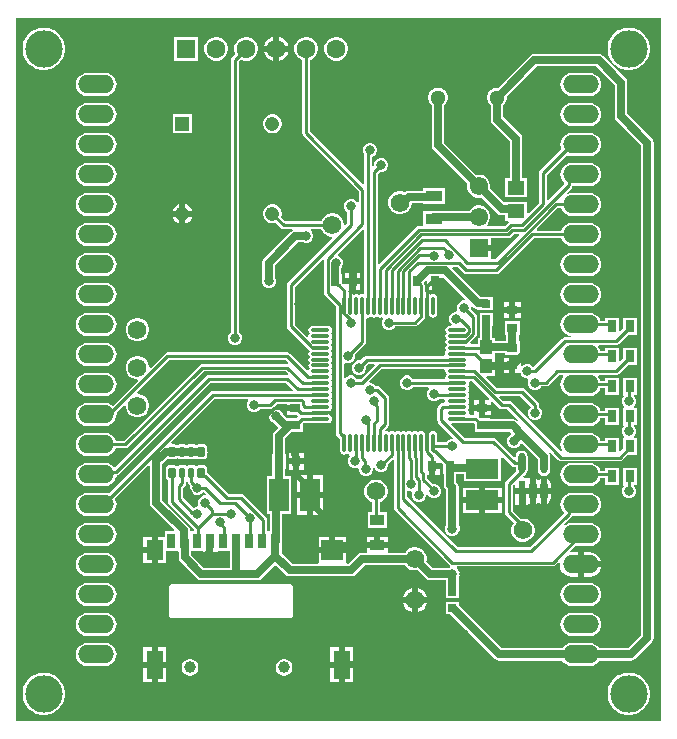
<source format=gtl>
G04*
G04 #@! TF.GenerationSoftware,Altium Limited,Altium Designer,23.2.1 (34)*
G04*
G04 Layer_Physical_Order=1*
G04 Layer_Color=255*
%FSLAX25Y25*%
%MOIN*%
G70*
G04*
G04 #@! TF.SameCoordinates,FA501D23-0FC8-4D01-95ED-A428C5D77BEE*
G04*
G04*
G04 #@! TF.FilePolarity,Positive*
G04*
G01*
G75*
%ADD19C,0.01000*%
%ADD21R,0.05709X0.03740*%
%ADD22R,0.03150X0.03937*%
%ADD23R,0.02756X0.02559*%
%ADD24R,0.02410X0.06911*%
G04:AMPARAMS|DCode=25|XSize=69.11mil|YSize=24.1mil|CornerRadius=12.05mil|HoleSize=0mil|Usage=FLASHONLY|Rotation=90.000|XOffset=0mil|YOffset=0mil|HoleType=Round|Shape=RoundedRectangle|*
%AMROUNDEDRECTD25*
21,1,0.06911,0.00000,0,0,90.0*
21,1,0.04501,0.02410,0,0,90.0*
1,1,0.02410,0.00000,0.02251*
1,1,0.02410,0.00000,-0.02251*
1,1,0.02410,0.00000,-0.02251*
1,1,0.02410,0.00000,0.02251*
%
%ADD25ROUNDEDRECTD25*%
%ADD26R,0.04724X0.03543*%
%ADD27R,0.02756X0.05118*%
%ADD28R,0.05700X0.06500*%
%ADD29R,0.05700X0.09600*%
%ADD30R,0.07300X0.06500*%
%ADD31O,0.01181X0.06299*%
%ADD32O,0.06299X0.01181*%
%ADD33R,0.03150X0.03543*%
%ADD34R,0.03985X0.04560*%
%ADD35R,0.03543X0.03150*%
G04:AMPARAMS|DCode=36|XSize=35.43mil|YSize=24.02mil|CornerRadius=6mil|HoleSize=0mil|Usage=FLASHONLY|Rotation=90.000|XOffset=0mil|YOffset=0mil|HoleType=Round|Shape=RoundedRectangle|*
%AMROUNDEDRECTD36*
21,1,0.03543,0.01201,0,0,90.0*
21,1,0.02343,0.02402,0,0,90.0*
1,1,0.01201,0.00600,0.01171*
1,1,0.01201,0.00600,-0.01171*
1,1,0.01201,-0.00600,-0.01171*
1,1,0.01201,-0.00600,0.01171*
%
%ADD36ROUNDEDRECTD36*%
G04:AMPARAMS|DCode=37|XSize=35.43mil|YSize=20.87mil|CornerRadius=5.22mil|HoleSize=0mil|Usage=FLASHONLY|Rotation=90.000|XOffset=0mil|YOffset=0mil|HoleType=Round|Shape=RoundedRectangle|*
%AMROUNDEDRECTD37*
21,1,0.03543,0.01043,0,0,90.0*
21,1,0.02500,0.02087,0,0,90.0*
1,1,0.01043,0.00522,0.01250*
1,1,0.01043,0.00522,-0.01250*
1,1,0.01043,-0.00522,-0.01250*
1,1,0.01043,-0.00522,0.01250*
%
%ADD37ROUNDEDRECTD37*%
%ADD38R,0.06506X0.11040*%
%ADD39R,0.05709X0.04724*%
%ADD40R,0.11040X0.06506*%
%ADD54C,0.06181*%
%ADD63C,0.02500*%
%ADD64C,0.02000*%
%ADD65O,0.12000X0.06000*%
%ADD66C,0.05039*%
%ADD67C,0.03937*%
%ADD68R,0.04756X0.04756*%
%ADD69C,0.04756*%
%ADD70C,0.06102*%
%ADD71R,0.06102X0.06102*%
%ADD72C,0.06299*%
%ADD73R,0.06299X0.06299*%
%ADD74C,0.12500*%
%ADD75C,0.03150*%
G36*
X215732Y803D02*
X803D01*
Y235417D01*
X215732D01*
Y803D01*
D02*
G37*
%LPC*%
G36*
X88500Y229028D02*
Y226000D01*
X91528D01*
X91367Y226602D01*
X90820Y227548D01*
X90048Y228321D01*
X89102Y228867D01*
X88500Y229028D01*
D02*
G37*
G36*
X86500D02*
X85898Y228867D01*
X84952Y228321D01*
X84180Y227548D01*
X83633Y226602D01*
X83472Y226000D01*
X86500D01*
Y229028D01*
D02*
G37*
G36*
X108018Y228937D02*
X106982D01*
X105980Y228669D01*
X105083Y228150D01*
X104350Y227417D01*
X103831Y226520D01*
X103563Y225518D01*
Y224482D01*
X103831Y223480D01*
X104350Y222583D01*
X105083Y221850D01*
X105980Y221331D01*
X106982Y221063D01*
X108018D01*
X109020Y221331D01*
X109917Y221850D01*
X110650Y222583D01*
X111169Y223480D01*
X111437Y224482D01*
Y225518D01*
X111169Y226520D01*
X110650Y227417D01*
X109917Y228150D01*
X109020Y228669D01*
X108018Y228937D01*
D02*
G37*
G36*
X78018D02*
X76982D01*
X75980Y228669D01*
X75083Y228150D01*
X74350Y227417D01*
X73831Y226520D01*
X73563Y225518D01*
Y224482D01*
X73831Y223480D01*
X73939Y223295D01*
X72822Y222178D01*
X72537Y221752D01*
X72437Y221250D01*
Y130763D01*
X72412Y130753D01*
X71747Y130088D01*
X71388Y129220D01*
Y128280D01*
X71747Y127412D01*
X72412Y126747D01*
X73280Y126388D01*
X74220D01*
X75088Y126747D01*
X75753Y127412D01*
X76112Y128280D01*
Y129220D01*
X75753Y130088D01*
X75088Y130753D01*
X75063Y130763D01*
Y220706D01*
X75795Y221439D01*
X75980Y221331D01*
X76982Y221063D01*
X78018D01*
X79020Y221331D01*
X79917Y221850D01*
X80650Y222583D01*
X81169Y223480D01*
X81437Y224482D01*
Y225518D01*
X81169Y226520D01*
X80650Y227417D01*
X79917Y228150D01*
X79020Y228669D01*
X78018Y228937D01*
D02*
G37*
G36*
X68018D02*
X66982D01*
X65980Y228669D01*
X65083Y228150D01*
X64350Y227417D01*
X63831Y226520D01*
X63563Y225518D01*
Y224482D01*
X63831Y223480D01*
X64350Y222583D01*
X65083Y221850D01*
X65980Y221331D01*
X66982Y221063D01*
X68018D01*
X69020Y221331D01*
X69917Y221850D01*
X70650Y222583D01*
X71169Y223480D01*
X71437Y224482D01*
Y225518D01*
X71169Y226520D01*
X70650Y227417D01*
X69917Y228150D01*
X69020Y228669D01*
X68018Y228937D01*
D02*
G37*
G36*
X61437D02*
X53563D01*
Y221063D01*
X61437D01*
Y228937D01*
D02*
G37*
G36*
X91528Y224000D02*
X88500D01*
Y220972D01*
X89102Y221133D01*
X90048Y221679D01*
X90820Y222452D01*
X91367Y223398D01*
X91528Y224000D01*
D02*
G37*
G36*
X86500D02*
X83472D01*
X83633Y223398D01*
X84180Y222452D01*
X84952Y221679D01*
X85898Y221133D01*
X86500Y220972D01*
Y224000D01*
D02*
G37*
G36*
X205616Y232053D02*
X204384D01*
X204307Y232037D01*
X204228D01*
X203020Y231797D01*
X202947Y231767D01*
X202870Y231751D01*
X201732Y231280D01*
X201666Y231237D01*
X201593Y231206D01*
X200570Y230522D01*
X200514Y230466D01*
X200448Y230422D01*
X199578Y229552D01*
X199534Y229486D01*
X199478Y229430D01*
X198794Y228407D01*
X198764Y228333D01*
X198720Y228268D01*
X198249Y227130D01*
X198233Y227053D01*
X198203Y226980D01*
X197963Y225772D01*
Y225693D01*
X197947Y225616D01*
Y224384D01*
X197963Y224307D01*
Y224228D01*
X198203Y223020D01*
X198233Y222947D01*
X198249Y222870D01*
X198720Y221732D01*
X198764Y221667D01*
X198794Y221593D01*
X199478Y220570D01*
X199534Y220514D01*
X199578Y220448D01*
X200448Y219578D01*
X200514Y219534D01*
X200570Y219478D01*
X201593Y218794D01*
X201666Y218763D01*
X201732Y218720D01*
X202870Y218249D01*
X202947Y218233D01*
X203020Y218203D01*
X204228Y217963D01*
X204307D01*
X204384Y217947D01*
X205616D01*
X205693Y217963D01*
X205772D01*
X206980Y218203D01*
X207053Y218233D01*
X207130Y218249D01*
X208268Y218720D01*
X208333Y218763D01*
X208406Y218794D01*
X209430Y219478D01*
X209486Y219534D01*
X209552Y219578D01*
X210422Y220448D01*
X210466Y220514D01*
X210522Y220570D01*
X211206Y221593D01*
X211237Y221667D01*
X211280Y221732D01*
X211752Y222870D01*
X211767Y222947D01*
X211797Y223020D01*
X212037Y224228D01*
Y224307D01*
X212053Y224384D01*
Y225616D01*
X212037Y225693D01*
Y225772D01*
X211797Y226980D01*
X211767Y227053D01*
X211752Y227130D01*
X211280Y228268D01*
X211237Y228333D01*
X211206Y228407D01*
X210522Y229430D01*
X210466Y229486D01*
X210422Y229552D01*
X209552Y230422D01*
X209486Y230466D01*
X209430Y230522D01*
X208406Y231206D01*
X208333Y231237D01*
X208268Y231280D01*
X207130Y231751D01*
X207053Y231767D01*
X206980Y231797D01*
X205772Y232037D01*
X205693D01*
X205616Y232053D01*
D02*
G37*
G36*
X10616D02*
X9384D01*
X9307Y232037D01*
X9228D01*
X8020Y231797D01*
X7947Y231767D01*
X7870Y231751D01*
X6732Y231280D01*
X6667Y231237D01*
X6594Y231206D01*
X5570Y230522D01*
X5514Y230466D01*
X5448Y230422D01*
X4578Y229552D01*
X4534Y229486D01*
X4478Y229430D01*
X3794Y228407D01*
X3763Y228333D01*
X3720Y228268D01*
X3249Y227130D01*
X3233Y227053D01*
X3203Y226980D01*
X2963Y225772D01*
Y225693D01*
X2947Y225616D01*
X2947Y225000D01*
Y224384D01*
X2963Y224307D01*
Y224228D01*
X3203Y223020D01*
X3233Y222947D01*
X3249Y222870D01*
X3720Y221732D01*
X3763Y221667D01*
X3794Y221593D01*
X4478Y220570D01*
X4534Y220514D01*
X4578Y220448D01*
X5448Y219578D01*
X5514Y219534D01*
X5570Y219478D01*
X6594Y218794D01*
X6667Y218763D01*
X6732Y218720D01*
X7870Y218249D01*
X7947Y218233D01*
X8020Y218203D01*
X9228Y217963D01*
X9307D01*
X9384Y217947D01*
X10616D01*
X10693Y217963D01*
X10772D01*
X11980Y218203D01*
X12053Y218233D01*
X12130Y218249D01*
X13268Y218720D01*
X13333Y218763D01*
X13407Y218794D01*
X14430Y219478D01*
X14486Y219534D01*
X14552Y219578D01*
X15422Y220448D01*
X15466Y220514D01*
X15522Y220570D01*
X16206Y221593D01*
X16236Y221667D01*
X16280Y221732D01*
X16751Y222870D01*
X16767Y222947D01*
X16797Y223020D01*
X17037Y224228D01*
Y224307D01*
X17053Y224384D01*
Y225616D01*
X17037Y225693D01*
Y225772D01*
X16797Y226980D01*
X16767Y227053D01*
X16751Y227130D01*
X16280Y228268D01*
X16237Y228333D01*
X16206Y228407D01*
X15522Y229430D01*
X15466Y229486D01*
X15422Y229552D01*
X14552Y230422D01*
X14486Y230466D01*
X14430Y230522D01*
X13407Y231206D01*
X13333Y231237D01*
X13268Y231280D01*
X12130Y231751D01*
X12053Y231767D01*
X11980Y231797D01*
X10772Y232037D01*
X10693D01*
X10616Y232053D01*
D02*
G37*
G36*
X191976Y216930D02*
X185976D01*
X184987Y216800D01*
X184066Y216418D01*
X183275Y215811D01*
X182668Y215020D01*
X182286Y214099D01*
X182156Y213110D01*
X182286Y212121D01*
X182668Y211200D01*
X183275Y210409D01*
X184066Y209802D01*
X184987Y209420D01*
X185976Y209290D01*
X191976D01*
X192965Y209420D01*
X193886Y209802D01*
X194677Y210409D01*
X195284Y211200D01*
X195666Y212121D01*
X195796Y213110D01*
X195666Y214099D01*
X195284Y215020D01*
X194677Y215811D01*
X193886Y216418D01*
X192965Y216800D01*
X191976Y216930D01*
D02*
G37*
G36*
X30559D02*
X24559D01*
X23570Y216800D01*
X22649Y216418D01*
X21858Y215811D01*
X21251Y215020D01*
X20869Y214099D01*
X20739Y213110D01*
X20869Y212121D01*
X21251Y211200D01*
X21858Y210409D01*
X22649Y209802D01*
X23570Y209420D01*
X24559Y209290D01*
X30559D01*
X31548Y209420D01*
X32469Y209802D01*
X33260Y210409D01*
X33867Y211200D01*
X34249Y212121D01*
X34379Y213110D01*
X34249Y214099D01*
X33867Y215020D01*
X33260Y215811D01*
X32469Y216418D01*
X31548Y216800D01*
X30559Y216930D01*
D02*
G37*
G36*
X191976Y206930D02*
X185976D01*
X184987Y206800D01*
X184066Y206418D01*
X183275Y205811D01*
X182668Y205020D01*
X182286Y204099D01*
X182156Y203110D01*
X182286Y202121D01*
X182668Y201200D01*
X183275Y200409D01*
X184066Y199802D01*
X184987Y199420D01*
X185976Y199290D01*
X191976D01*
X192965Y199420D01*
X193886Y199802D01*
X194677Y200409D01*
X195284Y201200D01*
X195666Y202121D01*
X195796Y203110D01*
X195666Y204099D01*
X195284Y205020D01*
X194677Y205811D01*
X193886Y206418D01*
X192965Y206800D01*
X191976Y206930D01*
D02*
G37*
G36*
X30559D02*
X24559D01*
X23570Y206800D01*
X22649Y206418D01*
X21858Y205811D01*
X21251Y205020D01*
X20869Y204099D01*
X20739Y203110D01*
X20869Y202121D01*
X21251Y201200D01*
X21858Y200409D01*
X22649Y199802D01*
X23570Y199420D01*
X24559Y199290D01*
X30559D01*
X31548Y199420D01*
X32469Y199802D01*
X33260Y200409D01*
X33867Y201200D01*
X34249Y202121D01*
X34379Y203110D01*
X34249Y204099D01*
X33867Y205020D01*
X33260Y205811D01*
X32469Y206418D01*
X31548Y206800D01*
X30559Y206930D01*
D02*
G37*
G36*
X86667Y203165D02*
X85833D01*
X85028Y202950D01*
X84306Y202533D01*
X83717Y201944D01*
X83300Y201222D01*
X83085Y200417D01*
Y199583D01*
X83300Y198778D01*
X83717Y198056D01*
X84306Y197467D01*
X85028Y197050D01*
X85833Y196835D01*
X86667D01*
X87472Y197050D01*
X88194Y197467D01*
X88783Y198056D01*
X89200Y198778D01*
X89415Y199583D01*
Y200417D01*
X89200Y201222D01*
X88783Y201944D01*
X88194Y202533D01*
X87472Y202950D01*
X86667Y203165D01*
D02*
G37*
G36*
X59415D02*
X53085D01*
Y196835D01*
X59415D01*
Y203165D01*
D02*
G37*
G36*
X98018Y228937D02*
X96982D01*
X95980Y228669D01*
X95083Y228150D01*
X94350Y227417D01*
X93831Y226520D01*
X93563Y225518D01*
Y224482D01*
X93831Y223480D01*
X94350Y222583D01*
X95083Y221850D01*
X95980Y221331D01*
X96187Y221276D01*
Y196773D01*
X96287Y196271D01*
X96572Y195845D01*
X114937Y177479D01*
Y174057D01*
X114745Y173960D01*
X114437Y173903D01*
X113838Y174503D01*
X112970Y174862D01*
X112030D01*
X111162Y174503D01*
X110497Y173838D01*
X110138Y172970D01*
Y172030D01*
X110497Y171162D01*
X111162Y170497D01*
X111187Y170487D01*
Y166852D01*
X110590Y166255D01*
X110128Y166446D01*
Y166761D01*
X109864Y167747D01*
X109353Y168631D01*
X108631Y169353D01*
X107747Y169864D01*
X106761Y170128D01*
X105739D01*
X104753Y169864D01*
X103869Y169353D01*
X103147Y168631D01*
X102636Y167747D01*
X102587Y167563D01*
X90544D01*
X89227Y168879D01*
X89415Y169583D01*
Y170417D01*
X89200Y171222D01*
X88783Y171944D01*
X88194Y172533D01*
X87472Y172950D01*
X86667Y173165D01*
X85833D01*
X85028Y172950D01*
X84306Y172533D01*
X83717Y171944D01*
X83300Y171222D01*
X83085Y170417D01*
Y169583D01*
X83300Y168778D01*
X83717Y168056D01*
X84306Y167467D01*
X85028Y167050D01*
X85833Y166835D01*
X86667D01*
X87371Y167023D01*
X89072Y165322D01*
X89498Y165037D01*
X90000Y164937D01*
X92838D01*
X92939Y164437D01*
X92369Y164057D01*
X92369Y164057D01*
X83531Y155219D01*
X83081Y154545D01*
X82923Y153750D01*
Y148658D01*
X82638Y147970D01*
Y147030D01*
X82997Y146162D01*
X83662Y145497D01*
X84530Y145138D01*
X85470D01*
X86338Y145497D01*
X87003Y146162D01*
X87362Y147030D01*
Y147970D01*
X87077Y148658D01*
Y152890D01*
X94698Y160511D01*
X96342D01*
X97030Y160226D01*
X97970D01*
X98838Y160585D01*
X99503Y161250D01*
X99862Y162118D01*
Y163058D01*
X99503Y163926D01*
X98991Y164437D01*
X99198Y164937D01*
X102587D01*
X102636Y164753D01*
X103147Y163869D01*
X103869Y163147D01*
X104753Y162636D01*
X105739Y162372D01*
X106054D01*
X106245Y161910D01*
X91497Y147162D01*
X91212Y146736D01*
X91113Y146234D01*
Y132457D01*
X91212Y131955D01*
X91497Y131529D01*
X98081Y124944D01*
X98141Y124905D01*
X98449Y124597D01*
X98607Y124360D01*
X98308Y123914D01*
X98201Y123376D01*
X98308Y122838D01*
X98607Y122392D01*
X98308Y121945D01*
X98201Y121407D01*
X98308Y120870D01*
X98607Y120423D01*
X98308Y119977D01*
X98201Y119439D01*
X98308Y118901D01*
X98607Y118455D01*
X98308Y118008D01*
X98308Y118006D01*
X97765Y117841D01*
X92178Y123428D01*
X91752Y123713D01*
X91250Y123813D01*
X51250D01*
X50748Y123713D01*
X50322Y123428D01*
X45628Y118734D01*
X45128Y118941D01*
Y119261D01*
X44864Y120247D01*
X44353Y121131D01*
X43631Y121853D01*
X42747Y122364D01*
X41761Y122628D01*
X40740D01*
X39753Y122364D01*
X38869Y121853D01*
X38147Y121131D01*
X37636Y120247D01*
X37372Y119261D01*
Y118239D01*
X37636Y117253D01*
X38147Y116369D01*
X38869Y115647D01*
X39753Y115136D01*
X40740Y114872D01*
X41059D01*
X41266Y114372D01*
X32946Y106052D01*
X32469Y106418D01*
X31548Y106800D01*
X30559Y106930D01*
X24559D01*
X23570Y106800D01*
X22649Y106418D01*
X21858Y105811D01*
X21251Y105020D01*
X20869Y104099D01*
X20739Y103110D01*
X20869Y102121D01*
X21251Y101200D01*
X21858Y100409D01*
X22649Y99802D01*
X23570Y99420D01*
X24559Y99290D01*
X30559D01*
X31548Y99420D01*
X32469Y99802D01*
X33260Y100409D01*
X33867Y101200D01*
X34249Y102121D01*
X34379Y103110D01*
X34302Y103696D01*
X36872Y106266D01*
X37372Y106059D01*
Y105573D01*
X37636Y104587D01*
X38147Y103702D01*
X38869Y102980D01*
X39753Y102470D01*
X40740Y102206D01*
X41761D01*
X42747Y102470D01*
X43631Y102980D01*
X44353Y103702D01*
X44864Y104587D01*
X45128Y105573D01*
Y106594D01*
X44864Y107580D01*
X44353Y108465D01*
X43631Y109187D01*
X42747Y109697D01*
X41761Y109962D01*
X41275D01*
X41068Y110462D01*
X51794Y121187D01*
X90706D01*
X91342Y120552D01*
X91308Y120370D01*
X91124Y120063D01*
X62860D01*
X62358Y119963D01*
X61932Y119678D01*
X36676Y94423D01*
X34115D01*
X33867Y95020D01*
X33260Y95811D01*
X32469Y96418D01*
X31548Y96800D01*
X30559Y96930D01*
X24559D01*
X23570Y96800D01*
X22649Y96418D01*
X21858Y95811D01*
X21251Y95020D01*
X20869Y94099D01*
X20739Y93110D01*
X20869Y92121D01*
X21251Y91200D01*
X21858Y90409D01*
X22649Y89802D01*
X23570Y89420D01*
X24559Y89290D01*
X30559D01*
X31548Y89420D01*
X32469Y89802D01*
X33260Y90409D01*
X33867Y91200D01*
X34115Y91797D01*
X37220D01*
X37723Y91897D01*
X38148Y92182D01*
X63404Y117437D01*
X90706D01*
X91342Y116802D01*
X91308Y116620D01*
X91124Y116313D01*
X65000D01*
X64498Y116213D01*
X64072Y115928D01*
X33830Y85686D01*
X33331Y85719D01*
X33260Y85811D01*
X32469Y86418D01*
X31548Y86800D01*
X30559Y86930D01*
X24559D01*
X23570Y86800D01*
X22649Y86418D01*
X21858Y85811D01*
X21251Y85020D01*
X20869Y84099D01*
X20739Y83110D01*
X20869Y82121D01*
X21251Y81200D01*
X21858Y80409D01*
X22649Y79802D01*
X23570Y79420D01*
X24559Y79290D01*
X30559D01*
X31548Y79420D01*
X32469Y79802D01*
X33260Y80409D01*
X33867Y81200D01*
X34249Y82121D01*
X34334Y82767D01*
X34519Y82804D01*
X34945Y83088D01*
X65544Y113687D01*
X90706D01*
X93023Y111371D01*
X92831Y110909D01*
X66414D01*
X65912Y110809D01*
X65486Y110525D01*
X31699Y76737D01*
X31548Y76800D01*
X30559Y76930D01*
X24559D01*
X23570Y76800D01*
X22649Y76418D01*
X21858Y75811D01*
X21251Y75020D01*
X20869Y74099D01*
X20739Y73110D01*
X20869Y72121D01*
X21251Y71200D01*
X21858Y70409D01*
X22649Y69802D01*
X23570Y69420D01*
X24559Y69290D01*
X30559D01*
X31548Y69420D01*
X32469Y69802D01*
X33260Y70409D01*
X33867Y71200D01*
X34249Y72121D01*
X34379Y73110D01*
X34249Y74099D01*
X33867Y75020D01*
X33792Y75118D01*
X44961Y86286D01*
X45423Y86095D01*
Y73750D01*
X45581Y72955D01*
X46031Y72281D01*
X53583Y64729D01*
X53392Y64267D01*
X50423D01*
Y62124D01*
X48004D01*
Y57874D01*
Y53624D01*
X50854D01*
Y57574D01*
X54754D01*
X54970Y57164D01*
Y55453D01*
X55128Y54658D01*
X55578Y53984D01*
X61031Y48531D01*
X61031Y48531D01*
X61705Y48081D01*
X62500Y47923D01*
X81250D01*
X82045Y48081D01*
X82719Y48531D01*
X87234Y53047D01*
X90500Y49781D01*
X91173Y49331D01*
X91969Y49173D01*
X112500D01*
X113295Y49331D01*
X113969Y49781D01*
X117111Y52923D01*
X130472D01*
X130647Y52619D01*
X131369Y51897D01*
X132253Y51386D01*
X133239Y51122D01*
X134260D01*
X134599Y51213D01*
X137281Y48531D01*
X137955Y48081D01*
X138750Y47923D01*
X138750Y47923D01*
X144173D01*
Y45974D01*
X144085D01*
Y41841D01*
X146198D01*
X146250Y41830D01*
X146302Y41841D01*
X148415D01*
Y45974D01*
X148327D01*
Y48842D01*
X148612Y49530D01*
Y50470D01*
X148253Y51338D01*
X147653Y51937D01*
X147710Y52245D01*
X147807Y52437D01*
X179616D01*
X180118Y52537D01*
X180544Y52822D01*
X181529Y53807D01*
X182002Y53573D01*
X181941Y53110D01*
X182079Y52066D01*
X182482Y51093D01*
X183123Y50257D01*
X183959Y49616D01*
X184932Y49213D01*
X185976Y49075D01*
X187976D01*
Y53110D01*
Y57144D01*
X185976D01*
X185513Y57084D01*
X185280Y57557D01*
X187012Y59290D01*
X191976D01*
X192965Y59420D01*
X193886Y59802D01*
X194677Y60409D01*
X195284Y61200D01*
X195666Y62121D01*
X195796Y63110D01*
X195666Y64099D01*
X195284Y65020D01*
X194677Y65811D01*
X193886Y66418D01*
X192965Y66800D01*
X191976Y66930D01*
X185976D01*
X184987Y66800D01*
X184066Y66418D01*
X183704Y66141D01*
X183373Y66517D01*
X185948Y69091D01*
X186080Y69290D01*
X191976D01*
X192965Y69420D01*
X193886Y69802D01*
X194677Y70409D01*
X195284Y71200D01*
X195666Y72121D01*
X195796Y73110D01*
X195666Y74099D01*
X195284Y75020D01*
X194677Y75811D01*
X193886Y76418D01*
X192965Y76800D01*
X191976Y76930D01*
X185976D01*
X184987Y76800D01*
X184066Y76418D01*
X183275Y75811D01*
X182668Y75020D01*
X182286Y74099D01*
X182156Y73110D01*
X182286Y72121D01*
X182668Y71200D01*
X183275Y70409D01*
X183292Y70148D01*
X171956Y58813D01*
X148044D01*
X131234Y75622D01*
Y77518D01*
X131650Y77795D01*
X132030Y77638D01*
X132477D01*
X132811Y77138D01*
X132638Y76720D01*
Y75780D01*
X132997Y74912D01*
X133662Y74247D01*
X134530Y73888D01*
X135470D01*
X136338Y74247D01*
X137003Y74912D01*
X137362Y75780D01*
Y76389D01*
X137862Y76488D01*
X137997Y76162D01*
X138662Y75497D01*
X139530Y75138D01*
X140470D01*
X141338Y75497D01*
X142003Y76162D01*
X142362Y77030D01*
Y77970D01*
X142003Y78838D01*
X141338Y79503D01*
X140470Y79862D01*
X139823D01*
X137887Y81798D01*
Y82997D01*
X138547D01*
Y85769D01*
X139547D01*
Y86769D01*
X142122D01*
Y86787D01*
X142584Y86978D01*
X143091Y86471D01*
Y83210D01*
X143375D01*
Y79723D01*
X143534Y78928D01*
X143984Y78254D01*
X144173Y78065D01*
Y66158D01*
X143888Y65470D01*
Y64530D01*
X144247Y63662D01*
X144912Y62997D01*
X145780Y62638D01*
X146720D01*
X147588Y62997D01*
X148253Y63662D01*
X148612Y64530D01*
Y65470D01*
X148327Y66158D01*
Y78926D01*
X148327Y78926D01*
X148169Y79721D01*
X147719Y80395D01*
X147530Y80584D01*
Y83210D01*
X147815D01*
Y83246D01*
X149943D01*
Y80837D01*
X162557D01*
X162557Y88538D01*
Y88554D01*
D01*
X162557Y88629D01*
X162686Y88682D01*
X163057Y88836D01*
X166018Y85875D01*
X166444Y85591D01*
X166946Y85491D01*
X167288D01*
Y84553D01*
X167356Y84212D01*
X164072Y80928D01*
X163787Y80502D01*
X163687Y80000D01*
Y70547D01*
X163787Y70044D01*
X164072Y69619D01*
X166691Y67000D01*
X166629Y66938D01*
X166118Y66053D01*
X165854Y65067D01*
Y64046D01*
X166118Y63060D01*
X166629Y62176D01*
X167350Y61453D01*
X168235Y60943D01*
X169221Y60679D01*
X170242D01*
X171228Y60943D01*
X172113Y61453D01*
X172835Y62176D01*
X173345Y63060D01*
X173610Y64046D01*
Y65067D01*
X173345Y66053D01*
X172835Y66938D01*
X172113Y67660D01*
X171228Y68170D01*
X170242Y68435D01*
X169221D01*
X169022Y68381D01*
X166313Y71091D01*
Y79456D01*
X166653Y79797D01*
X167115Y79605D01*
Y78549D01*
X169320D01*
Y77549D01*
X170320D01*
Y73093D01*
X171525D01*
Y73142D01*
X171966Y73377D01*
X172060Y73314D01*
Y77549D01*
Y81783D01*
X171966Y81720D01*
X171525Y81956D01*
Y82004D01*
X170040D01*
X169741Y82504D01*
X169801Y82617D01*
X170097Y82676D01*
X170756Y83117D01*
X171197Y83776D01*
X171351Y84553D01*
Y89054D01*
X171197Y89832D01*
X170756Y90491D01*
X170097Y90931D01*
X169320Y91086D01*
X168543Y90931D01*
X167884Y90491D01*
X167443Y89832D01*
X167288Y89054D01*
Y88971D01*
X166826Y88780D01*
X160745Y94862D01*
X160319Y95146D01*
X159816Y95246D01*
X150360D01*
X145751Y99856D01*
X145942Y100318D01*
X150394D01*
X150858Y100410D01*
X153276D01*
X153691Y99995D01*
Y97127D01*
X158809D01*
Y97412D01*
X165415D01*
X165895Y96931D01*
X165762Y96358D01*
X165344Y96185D01*
X164680Y95520D01*
X164320Y94652D01*
Y93712D01*
X164680Y92844D01*
X165344Y92180D01*
X166212Y91820D01*
X167152D01*
X168020Y92180D01*
X168685Y92844D01*
X168858Y93262D01*
X169431Y93395D01*
X174723Y88104D01*
Y86804D01*
X174769Y86573D01*
Y84553D01*
X174923Y83776D01*
X175364Y83117D01*
X176023Y82676D01*
X176800Y82522D01*
X177578Y82676D01*
X178237Y83117D01*
X178677Y83776D01*
X178832Y84553D01*
Y86573D01*
X178877Y86804D01*
Y88964D01*
X178719Y89759D01*
X178680Y89819D01*
X178677Y89832D01*
X178319Y90368D01*
X178707Y90687D01*
X181572Y87822D01*
X181998Y87537D01*
X182500Y87437D01*
X201963D01*
X202466Y87537D01*
X202891Y87822D01*
X204814Y89744D01*
X207682D01*
Y95256D01*
X206804D01*
X206597Y95756D01*
X207003Y96162D01*
X207362Y97030D01*
Y97970D01*
X207003Y98838D01*
X206597Y99244D01*
X206804Y99744D01*
X207682D01*
Y105256D01*
X206804D01*
X206597Y105756D01*
X207003Y106162D01*
X207362Y107030D01*
Y107970D01*
X207003Y108838D01*
X206597Y109244D01*
X206804Y109744D01*
X207682D01*
Y115256D01*
X202957D01*
Y109744D01*
X203196D01*
X203403Y109244D01*
X202997Y108838D01*
X202638Y107970D01*
Y107030D01*
X202997Y106162D01*
X203403Y105756D01*
X203196Y105256D01*
X202957D01*
Y99744D01*
X203196D01*
X203403Y99244D01*
X202997Y98838D01*
X202638Y97970D01*
Y97030D01*
X202997Y96162D01*
X203403Y95756D01*
X203196Y95256D01*
X202957D01*
Y91600D01*
X202238Y90881D01*
X201776Y91073D01*
Y95256D01*
X197052D01*
Y94423D01*
X195532D01*
X195284Y95020D01*
X194677Y95811D01*
X193886Y96418D01*
X192965Y96800D01*
X191976Y96930D01*
X185976D01*
X184987Y96800D01*
X184066Y96418D01*
X183275Y95811D01*
X182668Y95020D01*
X182286Y94099D01*
X182156Y93110D01*
X182286Y92121D01*
X182668Y91200D01*
X182847Y90967D01*
X182470Y90636D01*
X165928Y107178D01*
X165502Y107463D01*
X165000Y107563D01*
X163172D01*
X161899Y108836D01*
X162090Y109298D01*
X168846D01*
X172401Y105742D01*
X171747Y105088D01*
X171388Y104220D01*
Y103280D01*
X171747Y102412D01*
X172412Y101747D01*
X173280Y101388D01*
X174220D01*
X175088Y101747D01*
X175753Y102412D01*
X176112Y103280D01*
Y104220D01*
X175753Y105088D01*
X175088Y105753D01*
X175063Y105763D01*
Y106250D01*
X174963Y106752D01*
X174678Y107178D01*
X170318Y111538D01*
X169892Y111823D01*
X169390Y111923D01*
X160933D01*
X157412Y115444D01*
X157603Y115906D01*
X160492D01*
Y118186D01*
X157500D01*
Y120186D01*
X160492D01*
Y122466D01*
X160492D01*
X160280Y122631D01*
Y123469D01*
X163691D01*
Y123032D01*
X168809D01*
Y127757D01*
X168327D01*
Y129685D01*
X168809D01*
Y134409D01*
X163691D01*
Y129685D01*
X164173D01*
Y127757D01*
X163691D01*
Y127624D01*
X160280D01*
Y128765D01*
X159577D01*
Y132718D01*
X159665D01*
Y136851D01*
X157552D01*
X157500Y136862D01*
X157448Y136851D01*
X155335D01*
Y132718D01*
X155423D01*
Y128765D01*
X154720D01*
Y126657D01*
X152370D01*
X152163Y127157D01*
X154112Y129107D01*
X154397Y129533D01*
X154497Y130035D01*
Y135566D01*
X154397Y136068D01*
X154112Y136494D01*
X152352Y138255D01*
X152362Y138280D01*
Y138993D01*
X152862Y139200D01*
X153402Y138660D01*
X154076Y138210D01*
X154871Y138052D01*
X155335D01*
Y138032D01*
X157448D01*
X157500Y138022D01*
X157552Y138032D01*
X159665D01*
Y142166D01*
X157671D01*
X157471Y142206D01*
X155731D01*
X146212Y151725D01*
X146404Y152187D01*
X148038D01*
X149903Y150322D01*
X150329Y150037D01*
X150831Y149937D01*
X160897D01*
X161400Y150037D01*
X161825Y150322D01*
X173301Y161797D01*
X182420D01*
X182668Y161200D01*
X183275Y160409D01*
X184066Y159802D01*
X184987Y159420D01*
X185976Y159290D01*
X191976D01*
X192965Y159420D01*
X193886Y159802D01*
X194677Y160409D01*
X195284Y161200D01*
X195666Y162121D01*
X195796Y163110D01*
X195666Y164099D01*
X195284Y165020D01*
X194677Y165811D01*
X193886Y166418D01*
X192965Y166800D01*
X191976Y166930D01*
X185976D01*
X184987Y166800D01*
X184066Y166418D01*
X183275Y165811D01*
X182668Y165020D01*
X182420Y164423D01*
X174458D01*
X174267Y164885D01*
X181180Y171797D01*
X182420D01*
X182668Y171200D01*
X183275Y170409D01*
X184066Y169802D01*
X184987Y169420D01*
X185976Y169290D01*
X191976D01*
X192965Y169420D01*
X193886Y169802D01*
X194677Y170409D01*
X195284Y171200D01*
X195666Y172121D01*
X195796Y173110D01*
X195666Y174099D01*
X195284Y175020D01*
X194677Y175811D01*
X193886Y176418D01*
X192965Y176800D01*
X191976Y176930D01*
X185976D01*
X184987Y176800D01*
X184613Y176645D01*
X184330Y177069D01*
X185948Y178686D01*
X186232Y179112D01*
X186267Y179290D01*
X191976D01*
X192965Y179420D01*
X193886Y179802D01*
X194677Y180409D01*
X195284Y181200D01*
X195666Y182121D01*
X195796Y183110D01*
X195666Y184099D01*
X195284Y185020D01*
X194677Y185811D01*
X193886Y186418D01*
X192965Y186800D01*
X191976Y186930D01*
X185976D01*
X184987Y186800D01*
X184066Y186418D01*
X183275Y185811D01*
X182668Y185020D01*
X182286Y184099D01*
X182156Y183110D01*
X182286Y182121D01*
X182668Y181200D01*
X183275Y180409D01*
X183360Y180343D01*
X183393Y179844D01*
X178231Y174683D01*
X177769Y174874D01*
Y183047D01*
X184390Y189667D01*
X184987Y189420D01*
X185976Y189290D01*
X191976D01*
X192965Y189420D01*
X193886Y189802D01*
X194677Y190409D01*
X195284Y191200D01*
X195666Y192121D01*
X195796Y193110D01*
X195666Y194099D01*
X195284Y195020D01*
X194677Y195811D01*
X193886Y196418D01*
X192965Y196800D01*
X191976Y196930D01*
X185976D01*
X184987Y196800D01*
X184066Y196418D01*
X183275Y195811D01*
X182668Y195020D01*
X182286Y194099D01*
X182156Y193110D01*
X182286Y192121D01*
X182534Y191524D01*
X175528Y184519D01*
X175244Y184093D01*
X175144Y183590D01*
Y173717D01*
X171604Y170177D01*
X171142Y170368D01*
Y173997D01*
X163858D01*
Y173997D01*
X163358Y173813D01*
X158755Y178417D01*
X158839Y178729D01*
Y179739D01*
X158577Y180716D01*
X158072Y181591D01*
X157357Y182306D01*
X156482Y182811D01*
X155505Y183072D01*
X154495D01*
X154183Y182989D01*
X143485Y193687D01*
Y206150D01*
X144054Y206719D01*
X144489Y207473D01*
X144715Y208315D01*
Y209185D01*
X144489Y210027D01*
X144054Y210781D01*
X143438Y211396D01*
X142684Y211832D01*
X141843Y212057D01*
X140972D01*
X140131Y211832D01*
X139377Y211396D01*
X138761Y210781D01*
X138326Y210027D01*
X138100Y209185D01*
Y208315D01*
X138326Y207473D01*
X138761Y206719D01*
X139330Y206150D01*
Y192826D01*
X139488Y192032D01*
X139939Y191358D01*
X151245Y180051D01*
X151161Y179739D01*
Y178729D01*
X151423Y177752D01*
X151928Y176877D01*
X152643Y176162D01*
X153518Y175657D01*
X154495Y175395D01*
X155505D01*
X155817Y175479D01*
X161214Y170082D01*
X161214Y170082D01*
X161888Y169631D01*
X162683Y169473D01*
X163858D01*
Y167698D01*
X164781D01*
X164933Y167198D01*
X164694Y167038D01*
X163612Y165956D01*
X158040D01*
X157849Y166418D01*
X158072Y166641D01*
X158577Y167516D01*
X158839Y168492D01*
Y169503D01*
X158577Y170479D01*
X158072Y171355D01*
X157357Y172069D01*
X156482Y172575D01*
X155505Y172836D01*
X154495D01*
X153518Y172575D01*
X152643Y172069D01*
X151928Y171355D01*
X151695Y170951D01*
X143642D01*
Y171014D01*
X136358D01*
Y165956D01*
X135132D01*
X134629Y165857D01*
X134204Y165572D01*
X121853Y153222D01*
X121391Y153413D01*
Y183285D01*
X122005Y183898D01*
X122030Y183888D01*
X122970D01*
X123838Y184247D01*
X124503Y184912D01*
X124862Y185780D01*
Y186720D01*
X124503Y187588D01*
X123838Y188253D01*
X122970Y188612D01*
X122030D01*
X121162Y188253D01*
X120497Y187588D01*
X120138Y186720D01*
Y185891D01*
X119923Y185714D01*
X119682Y185774D01*
X119423Y185975D01*
Y188972D01*
X120088Y189247D01*
X120753Y189912D01*
X121112Y190780D01*
Y191720D01*
X120753Y192588D01*
X120088Y193253D01*
X119220Y193612D01*
X118280D01*
X117412Y193253D01*
X116747Y192588D01*
X116388Y191720D01*
Y190780D01*
X116747Y189912D01*
X116798Y189862D01*
Y179985D01*
X116336Y179794D01*
X98813Y197317D01*
Y221276D01*
X99020Y221331D01*
X99917Y221850D01*
X100650Y222583D01*
X101169Y223480D01*
X101437Y224482D01*
Y225518D01*
X101169Y226520D01*
X100650Y227417D01*
X99917Y228150D01*
X99020Y228669D01*
X98018Y228937D01*
D02*
G37*
G36*
X30559Y196930D02*
X24559D01*
X23570Y196800D01*
X22649Y196418D01*
X21858Y195811D01*
X21251Y195020D01*
X20869Y194099D01*
X20739Y193110D01*
X20869Y192121D01*
X21251Y191200D01*
X21858Y190409D01*
X22649Y189802D01*
X23570Y189420D01*
X24559Y189290D01*
X30559D01*
X31548Y189420D01*
X32469Y189802D01*
X33260Y190409D01*
X33867Y191200D01*
X34249Y192121D01*
X34379Y193110D01*
X34249Y194099D01*
X33867Y195020D01*
X33260Y195811D01*
X32469Y196418D01*
X31548Y196800D01*
X30559Y196930D01*
D02*
G37*
G36*
Y186930D02*
X24559D01*
X23570Y186800D01*
X22649Y186418D01*
X21858Y185811D01*
X21251Y185020D01*
X20869Y184099D01*
X20739Y183110D01*
X20869Y182121D01*
X21251Y181200D01*
X21858Y180409D01*
X22649Y179802D01*
X23570Y179420D01*
X24559Y179290D01*
X30559D01*
X31548Y179420D01*
X32469Y179802D01*
X33260Y180409D01*
X33867Y181200D01*
X34249Y182121D01*
X34379Y183110D01*
X34249Y184099D01*
X33867Y185020D01*
X33260Y185811D01*
X32469Y186418D01*
X31548Y186800D01*
X30559Y186930D01*
D02*
G37*
G36*
X143642Y178691D02*
X136358D01*
Y177717D01*
X131636D01*
X130841Y177559D01*
X130409Y177270D01*
X130247Y177364D01*
X129261Y177628D01*
X128240D01*
X127253Y177364D01*
X126369Y176853D01*
X125647Y176131D01*
X125136Y175247D01*
X124872Y174260D01*
Y173240D01*
X125136Y172253D01*
X125647Y171369D01*
X126369Y170647D01*
X127253Y170136D01*
X128240Y169872D01*
X129261D01*
X130247Y170136D01*
X131131Y170647D01*
X131853Y171369D01*
X132364Y172253D01*
X132628Y173240D01*
Y173562D01*
X136358D01*
Y173376D01*
X143642D01*
Y178691D01*
D02*
G37*
G36*
X57250Y173229D02*
Y171000D01*
X59479D01*
X59398Y171304D01*
X58953Y172074D01*
X58324Y172703D01*
X57554Y173148D01*
X57250Y173229D01*
D02*
G37*
G36*
X55250D02*
X54946Y173148D01*
X54176Y172703D01*
X53547Y172074D01*
X53102Y171304D01*
X53021Y171000D01*
X55250D01*
Y173229D01*
D02*
G37*
G36*
X30559Y176930D02*
X24559D01*
X23570Y176800D01*
X22649Y176418D01*
X21858Y175811D01*
X21251Y175020D01*
X20869Y174099D01*
X20739Y173110D01*
X20869Y172121D01*
X21251Y171200D01*
X21858Y170409D01*
X22649Y169802D01*
X23570Y169420D01*
X24559Y169290D01*
X30559D01*
X31548Y169420D01*
X32469Y169802D01*
X33260Y170409D01*
X33867Y171200D01*
X34249Y172121D01*
X34379Y173110D01*
X34249Y174099D01*
X33867Y175020D01*
X33260Y175811D01*
X32469Y176418D01*
X31548Y176800D01*
X30559Y176930D01*
D02*
G37*
G36*
X59479Y169000D02*
X57250D01*
Y166771D01*
X57554Y166852D01*
X58324Y167297D01*
X58953Y167926D01*
X59398Y168696D01*
X59479Y169000D01*
D02*
G37*
G36*
X55250D02*
X53021D01*
X53102Y168696D01*
X53547Y167926D01*
X54176Y167297D01*
X54946Y166852D01*
X55250Y166771D01*
Y169000D01*
D02*
G37*
G36*
X30559Y166930D02*
X24559D01*
X23570Y166800D01*
X22649Y166418D01*
X21858Y165811D01*
X21251Y165020D01*
X20869Y164099D01*
X20739Y163110D01*
X20869Y162121D01*
X21251Y161200D01*
X21858Y160409D01*
X22649Y159802D01*
X23570Y159420D01*
X24559Y159290D01*
X30559D01*
X31548Y159420D01*
X32469Y159802D01*
X33260Y160409D01*
X33867Y161200D01*
X34249Y162121D01*
X34379Y163110D01*
X34249Y164099D01*
X33867Y165020D01*
X33260Y165811D01*
X32469Y166418D01*
X31548Y166800D01*
X30559Y166930D01*
D02*
G37*
G36*
X191976Y156930D02*
X185976D01*
X184987Y156800D01*
X184066Y156418D01*
X183275Y155811D01*
X182668Y155020D01*
X182286Y154099D01*
X182156Y153110D01*
X182286Y152121D01*
X182668Y151200D01*
X183275Y150409D01*
X184066Y149802D01*
X184987Y149420D01*
X185976Y149290D01*
X191976D01*
X192965Y149420D01*
X193886Y149802D01*
X194677Y150409D01*
X195284Y151200D01*
X195666Y152121D01*
X195796Y153110D01*
X195666Y154099D01*
X195284Y155020D01*
X194677Y155811D01*
X193886Y156418D01*
X192965Y156800D01*
X191976Y156930D01*
D02*
G37*
G36*
X30559D02*
X24559D01*
X23570Y156800D01*
X22649Y156418D01*
X21858Y155811D01*
X21251Y155020D01*
X20869Y154099D01*
X20739Y153110D01*
X20869Y152121D01*
X21251Y151200D01*
X21858Y150409D01*
X22649Y149802D01*
X23570Y149420D01*
X24559Y149290D01*
X30559D01*
X31548Y149420D01*
X32469Y149802D01*
X33260Y150409D01*
X33867Y151200D01*
X34249Y152121D01*
X34379Y153110D01*
X34249Y154099D01*
X33867Y155020D01*
X33260Y155811D01*
X32469Y156418D01*
X31548Y156800D01*
X30559Y156930D01*
D02*
G37*
G36*
X191976Y146930D02*
X185976D01*
X184987Y146800D01*
X184066Y146418D01*
X183275Y145811D01*
X182668Y145020D01*
X182286Y144099D01*
X182156Y143110D01*
X182286Y142121D01*
X182668Y141200D01*
X183275Y140409D01*
X184066Y139802D01*
X184987Y139420D01*
X185976Y139290D01*
X191976D01*
X192965Y139420D01*
X193886Y139802D01*
X194677Y140409D01*
X195284Y141200D01*
X195666Y142121D01*
X195796Y143110D01*
X195666Y144099D01*
X195284Y145020D01*
X194677Y145811D01*
X193886Y146418D01*
X192965Y146800D01*
X191976Y146930D01*
D02*
G37*
G36*
X30559D02*
X24559D01*
X23570Y146800D01*
X22649Y146418D01*
X21858Y145811D01*
X21251Y145020D01*
X20869Y144099D01*
X20739Y143110D01*
X20869Y142121D01*
X21251Y141200D01*
X21858Y140409D01*
X22649Y139802D01*
X23570Y139420D01*
X24559Y139290D01*
X30559D01*
X31548Y139420D01*
X32469Y139802D01*
X33260Y140409D01*
X33867Y141200D01*
X34249Y142121D01*
X34379Y143110D01*
X34249Y144099D01*
X33867Y145020D01*
X33260Y145811D01*
X32469Y146418D01*
X31548Y146800D01*
X30559Y146930D01*
D02*
G37*
G36*
X169022Y140528D02*
X167250D01*
Y138953D01*
X169022D01*
Y140528D01*
D02*
G37*
G36*
X165250D02*
X163478D01*
Y138953D01*
X165250D01*
Y140528D01*
D02*
G37*
G36*
X169022Y136953D02*
X167250D01*
Y135378D01*
X169022D01*
Y136953D01*
D02*
G37*
G36*
X165250D02*
X163478D01*
Y135378D01*
X165250D01*
Y136953D01*
D02*
G37*
G36*
X30559Y136930D02*
X24559D01*
X23570Y136800D01*
X22649Y136418D01*
X21858Y135811D01*
X21251Y135020D01*
X20869Y134099D01*
X20739Y133110D01*
X20869Y132121D01*
X21251Y131200D01*
X21858Y130409D01*
X22649Y129802D01*
X23570Y129420D01*
X24559Y129290D01*
X30559D01*
X31548Y129420D01*
X32469Y129802D01*
X33260Y130409D01*
X33867Y131200D01*
X34249Y132121D01*
X34379Y133110D01*
X34249Y134099D01*
X33867Y135020D01*
X33260Y135811D01*
X32469Y136418D01*
X31548Y136800D01*
X30559Y136930D01*
D02*
G37*
G36*
X41761Y135294D02*
X40740D01*
X39753Y135030D01*
X38869Y134520D01*
X38147Y133798D01*
X37636Y132913D01*
X37372Y131927D01*
Y130906D01*
X37636Y129920D01*
X38147Y129035D01*
X38869Y128313D01*
X39753Y127803D01*
X40740Y127538D01*
X41761D01*
X42747Y127803D01*
X43631Y128313D01*
X44353Y129035D01*
X44864Y129920D01*
X45128Y130906D01*
Y131927D01*
X44864Y132913D01*
X44353Y133798D01*
X43631Y134520D01*
X42747Y135030D01*
X41761Y135294D01*
D02*
G37*
G36*
X165250Y122064D02*
X163478D01*
Y120489D01*
X165250D01*
Y122064D01*
D02*
G37*
G36*
X30559Y126930D02*
X24559D01*
X23570Y126800D01*
X22649Y126418D01*
X21858Y125811D01*
X21251Y125020D01*
X20869Y124099D01*
X20739Y123110D01*
X20869Y122121D01*
X21251Y121200D01*
X21858Y120409D01*
X22649Y119802D01*
X23570Y119420D01*
X24559Y119290D01*
X30559D01*
X31548Y119420D01*
X32469Y119802D01*
X33260Y120409D01*
X33867Y121200D01*
X34249Y122121D01*
X34379Y123110D01*
X34249Y124099D01*
X33867Y125020D01*
X33260Y125811D01*
X32469Y126418D01*
X31548Y126800D01*
X30559Y126930D01*
D02*
G37*
G36*
X191976Y136930D02*
X185976D01*
X184987Y136800D01*
X184066Y136418D01*
X183275Y135811D01*
X182668Y135020D01*
X182286Y134099D01*
X182156Y133110D01*
X182286Y132121D01*
X182668Y131200D01*
X183275Y130409D01*
X184066Y129802D01*
X184987Y129420D01*
X185804Y129313D01*
X185771Y128813D01*
X183750D01*
X183248Y128713D01*
X182822Y128428D01*
X173242Y118849D01*
X172588Y119503D01*
X171720Y119862D01*
X170780D01*
X169912Y119503D01*
X169522Y119112D01*
X169022Y119319D01*
Y122064D01*
X167250D01*
Y119489D01*
Y116914D01*
X168936D01*
X169247Y116162D01*
X169912Y115497D01*
X170780Y115138D01*
X171227D01*
X171561Y114638D01*
X171388Y114220D01*
Y113280D01*
X171747Y112412D01*
X172412Y111747D01*
X173280Y111388D01*
X174220D01*
X175088Y111747D01*
X175753Y112412D01*
X175763Y112437D01*
X177500D01*
X178002Y112537D01*
X178428Y112822D01*
X181794Y116187D01*
X183002D01*
X183180Y115687D01*
X182668Y115020D01*
X182286Y114099D01*
X182156Y113110D01*
X182286Y112121D01*
X182668Y111200D01*
X183275Y110409D01*
X184066Y109802D01*
X184987Y109420D01*
X185976Y109290D01*
X191976D01*
X192965Y109420D01*
X193886Y109802D01*
X194677Y110409D01*
X195284Y111200D01*
X195532Y111797D01*
X197052D01*
Y109744D01*
X201776D01*
Y115256D01*
X197052D01*
Y114423D01*
X195532D01*
X195284Y115020D01*
X194772Y115687D01*
X194949Y116187D01*
X200713D01*
X201216Y116287D01*
X201641Y116572D01*
X204814Y119744D01*
X207682D01*
Y125256D01*
X202957D01*
Y121600D01*
X202238Y120881D01*
X201776Y121073D01*
Y125256D01*
X197052D01*
Y124423D01*
X195532D01*
X195284Y125020D01*
X194772Y125687D01*
X194949Y126187D01*
X200713D01*
X201216Y126287D01*
X201641Y126572D01*
X204814Y129744D01*
X207682D01*
Y135256D01*
X202957D01*
Y131600D01*
X202238Y130881D01*
X201776Y131073D01*
Y135256D01*
X197052D01*
Y134423D01*
X195532D01*
X195284Y135020D01*
X194677Y135811D01*
X193886Y136418D01*
X192965Y136800D01*
X191976Y136930D01*
D02*
G37*
G36*
X165250Y118489D02*
X163478D01*
Y116914D01*
X165250D01*
Y118489D01*
D02*
G37*
G36*
X30559Y116930D02*
X24559D01*
X23570Y116800D01*
X22649Y116418D01*
X21858Y115811D01*
X21251Y115020D01*
X20869Y114099D01*
X20739Y113110D01*
X20869Y112121D01*
X21251Y111200D01*
X21858Y110409D01*
X22649Y109802D01*
X23570Y109420D01*
X24559Y109290D01*
X30559D01*
X31548Y109420D01*
X32469Y109802D01*
X33260Y110409D01*
X33867Y111200D01*
X34249Y112121D01*
X34379Y113110D01*
X34249Y114099D01*
X33867Y115020D01*
X33260Y115811D01*
X32469Y116418D01*
X31548Y116800D01*
X30559Y116930D01*
D02*
G37*
G36*
X191976Y106930D02*
X185976D01*
X184987Y106800D01*
X184066Y106418D01*
X183275Y105811D01*
X182668Y105020D01*
X182286Y104099D01*
X182156Y103110D01*
X182286Y102121D01*
X182668Y101200D01*
X183275Y100409D01*
X184066Y99802D01*
X184987Y99420D01*
X185976Y99290D01*
X191976D01*
X192965Y99420D01*
X193886Y99802D01*
X194677Y100409D01*
X195284Y101200D01*
X195532Y101797D01*
X197052D01*
Y99744D01*
X201776D01*
Y105256D01*
X197052D01*
Y104423D01*
X195532D01*
X195284Y105020D01*
X194677Y105811D01*
X193886Y106418D01*
X192965Y106800D01*
X191976Y106930D01*
D02*
G37*
G36*
X142122Y84769D02*
X140547D01*
Y82997D01*
X142122D01*
Y84769D01*
D02*
G37*
G36*
X191976Y86930D02*
X185976D01*
X184987Y86800D01*
X184066Y86418D01*
X183275Y85811D01*
X182668Y85020D01*
X182286Y84099D01*
X182156Y83110D01*
X182286Y82121D01*
X182668Y81200D01*
X183275Y80409D01*
X184066Y79802D01*
X184987Y79420D01*
X185976Y79290D01*
X191976D01*
X192965Y79420D01*
X193886Y79802D01*
X194677Y80409D01*
X195284Y81200D01*
X195532Y81797D01*
X197052D01*
Y79744D01*
X201776D01*
Y85256D01*
X197052D01*
Y84423D01*
X195532D01*
X195284Y85020D01*
X194677Y85811D01*
X193886Y86418D01*
X192965Y86800D01*
X191976Y86930D01*
D02*
G37*
G36*
X177800Y81783D02*
Y78549D01*
X179048D01*
Y79799D01*
X178877Y80660D01*
X178390Y81389D01*
X177800Y81783D01*
D02*
G37*
G36*
X162770Y78696D02*
X157250D01*
Y75443D01*
X162770D01*
Y78696D01*
D02*
G37*
G36*
X155250D02*
X149730D01*
Y75443D01*
X155250D01*
Y78696D01*
D02*
G37*
G36*
X207682Y85256D02*
X202957D01*
Y79744D01*
X203196D01*
X203403Y79244D01*
X202997Y78838D01*
X202638Y77970D01*
Y77030D01*
X202997Y76162D01*
X203662Y75497D01*
X204530Y75138D01*
X205470D01*
X206338Y75497D01*
X207003Y76162D01*
X207362Y77030D01*
Y77970D01*
X207003Y78838D01*
X206597Y79244D01*
X206804Y79744D01*
X207682D01*
Y85256D01*
D02*
G37*
G36*
X179048Y76549D02*
X177800D01*
Y73314D01*
X178390Y73708D01*
X178877Y74438D01*
X179048Y75298D01*
Y76549D01*
D02*
G37*
G36*
X174060Y81783D02*
Y77549D01*
Y73314D01*
X174622Y73690D01*
X174763Y73754D01*
X175098D01*
X175239Y73690D01*
X175800Y73314D01*
Y77549D01*
Y81783D01*
X175210Y81389D01*
X175180Y81344D01*
X174680D01*
X174650Y81389D01*
X174060Y81783D01*
D02*
G37*
G36*
X168320Y76549D02*
X167115D01*
Y73093D01*
X168320D01*
Y76549D01*
D02*
G37*
G36*
X162770Y73443D02*
X157250D01*
Y70189D01*
X162770D01*
Y73443D01*
D02*
G37*
G36*
X155250D02*
X149730D01*
Y70189D01*
X155250D01*
Y73443D01*
D02*
G37*
G36*
X30559Y66930D02*
X24559D01*
X23570Y66800D01*
X22649Y66418D01*
X21858Y65811D01*
X21251Y65020D01*
X20869Y64099D01*
X20739Y63110D01*
X20869Y62121D01*
X21251Y61200D01*
X21858Y60409D01*
X22649Y59802D01*
X23570Y59420D01*
X24559Y59290D01*
X30559D01*
X31548Y59420D01*
X32469Y59802D01*
X33260Y60409D01*
X33867Y61200D01*
X34249Y62121D01*
X34379Y63110D01*
X34249Y64099D01*
X33867Y65020D01*
X33260Y65811D01*
X32469Y66418D01*
X31548Y66800D01*
X30559Y66930D01*
D02*
G37*
G36*
X46004Y62124D02*
X43154D01*
Y58874D01*
X46004D01*
Y62124D01*
D02*
G37*
G36*
X191976Y57144D02*
X189976D01*
Y54110D01*
X195879D01*
X195873Y54154D01*
X195470Y55127D01*
X194829Y55963D01*
X193993Y56604D01*
X193020Y57007D01*
X191976Y57144D01*
D02*
G37*
G36*
X46004Y56874D02*
X43154D01*
Y53624D01*
X46004D01*
Y56874D01*
D02*
G37*
G36*
X30559Y56930D02*
X24559D01*
X23570Y56800D01*
X22649Y56418D01*
X21858Y55811D01*
X21251Y55020D01*
X20869Y54099D01*
X20739Y53110D01*
X20869Y52121D01*
X21251Y51200D01*
X21858Y50409D01*
X22649Y49802D01*
X23570Y49420D01*
X24559Y49290D01*
X30559D01*
X31548Y49420D01*
X32469Y49802D01*
X33260Y50409D01*
X33867Y51200D01*
X34249Y52121D01*
X34379Y53110D01*
X34249Y54099D01*
X33867Y55020D01*
X33260Y55811D01*
X32469Y56418D01*
X31548Y56800D01*
X30559Y56930D01*
D02*
G37*
G36*
X195879Y52110D02*
X189976D01*
Y49075D01*
X191976D01*
X193020Y49213D01*
X193993Y49616D01*
X194829Y50257D01*
X195470Y51093D01*
X195873Y52066D01*
X195879Y52110D01*
D02*
G37*
G36*
X134750Y45217D02*
Y42250D01*
X137717D01*
X137562Y42829D01*
X137023Y43762D01*
X136262Y44523D01*
X135329Y45062D01*
X134750Y45217D01*
D02*
G37*
G36*
X132750D02*
X132171Y45062D01*
X131238Y44523D01*
X130477Y43762D01*
X129938Y42829D01*
X129783Y42250D01*
X132750D01*
Y45217D01*
D02*
G37*
G36*
X191976Y46930D02*
X185976D01*
X184987Y46800D01*
X184066Y46418D01*
X183275Y45811D01*
X182668Y45020D01*
X182286Y44099D01*
X182156Y43110D01*
X182286Y42121D01*
X182668Y41200D01*
X183275Y40409D01*
X184066Y39802D01*
X184987Y39420D01*
X185976Y39290D01*
X191976D01*
X192965Y39420D01*
X193886Y39802D01*
X194677Y40409D01*
X195284Y41200D01*
X195666Y42121D01*
X195796Y43110D01*
X195666Y44099D01*
X195284Y45020D01*
X194677Y45811D01*
X193886Y46418D01*
X192965Y46800D01*
X191976Y46930D01*
D02*
G37*
G36*
X30559D02*
X24559D01*
X23570Y46800D01*
X22649Y46418D01*
X21858Y45811D01*
X21251Y45020D01*
X20869Y44099D01*
X20739Y43110D01*
X20869Y42121D01*
X21251Y41200D01*
X21858Y40409D01*
X22649Y39802D01*
X23570Y39420D01*
X24559Y39290D01*
X30559D01*
X31548Y39420D01*
X32469Y39802D01*
X33260Y40409D01*
X33867Y41200D01*
X34249Y42121D01*
X34379Y43110D01*
X34249Y44099D01*
X33867Y45020D01*
X33260Y45811D01*
X32469Y46418D01*
X31548Y46800D01*
X30559Y46930D01*
D02*
G37*
G36*
X137717Y40250D02*
X134750D01*
Y37283D01*
X135329Y37438D01*
X136262Y37977D01*
X137023Y38738D01*
X137562Y39671D01*
X137717Y40250D01*
D02*
G37*
G36*
X132750D02*
X129783D01*
X129938Y39671D01*
X130477Y38738D01*
X131238Y37977D01*
X132171Y37438D01*
X132750Y37283D01*
Y40250D01*
D02*
G37*
G36*
X91956Y46735D02*
X52755D01*
X52351Y46654D01*
X52008Y46425D01*
X51778Y46082D01*
X51698Y45677D01*
Y36377D01*
X51778Y35972D01*
X52008Y35629D01*
X52351Y35400D01*
X52755Y35319D01*
X91956D01*
X92360Y35400D01*
X92703Y35629D01*
X92933Y35972D01*
X93013Y36377D01*
Y45677D01*
X92933Y46082D01*
X92703Y46425D01*
X92360Y46654D01*
X91956Y46735D01*
D02*
G37*
G36*
X191976Y36930D02*
X185976D01*
X184987Y36800D01*
X184066Y36418D01*
X183275Y35811D01*
X182668Y35020D01*
X182286Y34099D01*
X182156Y33110D01*
X182286Y32121D01*
X182668Y31200D01*
X183275Y30409D01*
X184066Y29802D01*
X184987Y29420D01*
X185976Y29290D01*
X191976D01*
X192965Y29420D01*
X193886Y29802D01*
X194677Y30409D01*
X195284Y31200D01*
X195666Y32121D01*
X195796Y33110D01*
X195666Y34099D01*
X195284Y35020D01*
X194677Y35811D01*
X193886Y36418D01*
X192965Y36800D01*
X191976Y36930D01*
D02*
G37*
G36*
X30559D02*
X24559D01*
X23570Y36800D01*
X22649Y36418D01*
X21858Y35811D01*
X21251Y35020D01*
X20869Y34099D01*
X20739Y33110D01*
X20869Y32121D01*
X21251Y31200D01*
X21858Y30409D01*
X22649Y29802D01*
X23570Y29420D01*
X24559Y29290D01*
X30559D01*
X31548Y29420D01*
X32469Y29802D01*
X33260Y30409D01*
X33867Y31200D01*
X34249Y32121D01*
X34379Y33110D01*
X34249Y34099D01*
X33867Y35020D01*
X33260Y35811D01*
X32469Y36418D01*
X31548Y36800D01*
X30559Y36930D01*
D02*
G37*
G36*
X195000Y223327D02*
X173592D01*
X172798Y223169D01*
X172124Y222719D01*
X161462Y212057D01*
X160657D01*
X159816Y211832D01*
X159062Y211396D01*
X158446Y210781D01*
X158011Y210027D01*
X157785Y209185D01*
Y208315D01*
X158011Y207473D01*
X158446Y206719D01*
X159015Y206150D01*
Y201408D01*
X159173Y200612D01*
X159624Y199939D01*
X165423Y194140D01*
Y181871D01*
X163858D01*
Y175572D01*
X171142D01*
Y181871D01*
X169577D01*
Y195000D01*
X169577Y195000D01*
X169419Y195795D01*
X168969Y196469D01*
X168969Y196469D01*
X163170Y202268D01*
Y206150D01*
X163739Y206719D01*
X164174Y207473D01*
X164400Y208315D01*
Y209119D01*
X174453Y219173D01*
X194140D01*
X200423Y212890D01*
Y202500D01*
X200581Y201705D01*
X201031Y201031D01*
X209173Y192889D01*
Y29610D01*
X204749Y25187D01*
X195156D01*
X194677Y25811D01*
X193886Y26418D01*
X192965Y26800D01*
X191976Y26930D01*
X185976D01*
X184987Y26800D01*
X184066Y26418D01*
X183275Y25811D01*
X182796Y25187D01*
X162691D01*
X148415Y39463D01*
Y40659D01*
X146401D01*
X146348Y40670D01*
X146250D01*
X146198Y40659D01*
X144085D01*
Y36526D01*
X145478D01*
X160362Y21641D01*
X161036Y21191D01*
X161831Y21033D01*
X182796D01*
X183275Y20409D01*
X184066Y19802D01*
X184987Y19420D01*
X185976Y19290D01*
X191976D01*
X192965Y19420D01*
X193886Y19802D01*
X194677Y20409D01*
X195156Y21033D01*
X205610D01*
X206405Y21191D01*
X207079Y21641D01*
X212719Y27281D01*
X212719Y27281D01*
X213169Y27955D01*
X213327Y28750D01*
Y193750D01*
X213327Y193750D01*
X213169Y194545D01*
X212719Y195219D01*
X204577Y203361D01*
Y213750D01*
X204577Y213750D01*
X204419Y214545D01*
X203969Y215219D01*
X196469Y222719D01*
X195795Y223169D01*
X195000Y223327D01*
D02*
G37*
G36*
X113157Y25485D02*
X110307D01*
Y20685D01*
X113157D01*
Y25485D01*
D02*
G37*
G36*
X50854D02*
X48004D01*
Y20685D01*
X50854D01*
Y25485D01*
D02*
G37*
G36*
X108307D02*
X105457D01*
Y20685D01*
X108307D01*
Y25485D01*
D02*
G37*
G36*
X46004D02*
X43154D01*
Y20685D01*
X46004D01*
Y25485D01*
D02*
G37*
G36*
X30559Y26930D02*
X24559D01*
X23570Y26800D01*
X22649Y26418D01*
X21858Y25811D01*
X21251Y25020D01*
X20869Y24099D01*
X20739Y23110D01*
X20869Y22121D01*
X21251Y21200D01*
X21858Y20409D01*
X22649Y19802D01*
X23570Y19420D01*
X24559Y19290D01*
X30559D01*
X31548Y19420D01*
X32469Y19802D01*
X33260Y20409D01*
X33867Y21200D01*
X34249Y22121D01*
X34379Y23110D01*
X34249Y24099D01*
X33867Y25020D01*
X33260Y25811D01*
X32469Y26418D01*
X31548Y26800D01*
X30559Y26930D01*
D02*
G37*
G36*
X90518Y21533D02*
X89793D01*
X89092Y21345D01*
X88463Y20982D01*
X87950Y20469D01*
X87587Y19841D01*
X87400Y19140D01*
Y18414D01*
X87587Y17713D01*
X87950Y17085D01*
X88463Y16572D01*
X89092Y16209D01*
X89793Y16021D01*
X90518D01*
X91219Y16209D01*
X91848Y16572D01*
X92361Y17085D01*
X92724Y17713D01*
X92911Y18414D01*
Y19140D01*
X92724Y19841D01*
X92361Y20469D01*
X91848Y20982D01*
X91219Y21345D01*
X90518Y21533D01*
D02*
G37*
G36*
X59118D02*
X58393D01*
X57692Y21345D01*
X57063Y20982D01*
X56550Y20469D01*
X56187Y19841D01*
X56000Y19140D01*
Y18414D01*
X56187Y17713D01*
X56550Y17085D01*
X57063Y16572D01*
X57692Y16209D01*
X58393Y16021D01*
X59118D01*
X59819Y16209D01*
X60448Y16572D01*
X60961Y17085D01*
X61324Y17713D01*
X61511Y18414D01*
Y19140D01*
X61324Y19841D01*
X60961Y20469D01*
X60448Y20982D01*
X59819Y21345D01*
X59118Y21533D01*
D02*
G37*
G36*
X113157Y18685D02*
X110307D01*
Y13885D01*
X113157D01*
Y18685D01*
D02*
G37*
G36*
X108307D02*
X105457D01*
Y13885D01*
X108307D01*
Y18685D01*
D02*
G37*
G36*
X50854D02*
X48004D01*
Y13885D01*
X50854D01*
Y18685D01*
D02*
G37*
G36*
X46004D02*
X43154D01*
Y13885D01*
X46004D01*
Y18685D01*
D02*
G37*
G36*
X205616Y17053D02*
X204384D01*
X204307Y17037D01*
X204228D01*
X203020Y16797D01*
X202947Y16767D01*
X202870Y16751D01*
X201732Y16280D01*
X201666Y16237D01*
X201593Y16206D01*
X200570Y15522D01*
X200514Y15466D01*
X200448Y15422D01*
X199578Y14552D01*
X199534Y14486D01*
X199478Y14430D01*
X198794Y13407D01*
X198764Y13333D01*
X198720Y13268D01*
X198249Y12130D01*
X198233Y12053D01*
X198203Y11980D01*
X197963Y10772D01*
Y10693D01*
X197947Y10616D01*
Y9384D01*
X197963Y9307D01*
Y9228D01*
X198203Y8020D01*
X198233Y7947D01*
X198249Y7870D01*
X198720Y6732D01*
X198764Y6667D01*
X198794Y6594D01*
X199478Y5570D01*
X199534Y5514D01*
X199578Y5448D01*
X200448Y4578D01*
X200514Y4534D01*
X200570Y4478D01*
X201593Y3794D01*
X201666Y3763D01*
X201732Y3720D01*
X202870Y3249D01*
X202947Y3233D01*
X203020Y3203D01*
X204228Y2963D01*
X204307D01*
X204384Y2947D01*
X205000Y2947D01*
X205616D01*
X205693Y2963D01*
X205772D01*
X206980Y3203D01*
X207053Y3233D01*
X207130Y3249D01*
X208268Y3720D01*
X208333Y3763D01*
X208406Y3794D01*
X209430Y4478D01*
X209486Y4534D01*
X209552Y4578D01*
X210422Y5448D01*
X210466Y5514D01*
X210522Y5570D01*
X211206Y6594D01*
X211237Y6667D01*
X211280Y6732D01*
X211752Y7870D01*
X211767Y7947D01*
X211797Y8020D01*
X212037Y9228D01*
Y9307D01*
X212053Y9384D01*
Y10616D01*
X212037Y10693D01*
Y10772D01*
X211797Y11980D01*
X211767Y12053D01*
X211752Y12130D01*
X211280Y13268D01*
X211237Y13333D01*
X211206Y13407D01*
X210522Y14430D01*
X210466Y14486D01*
X210422Y14552D01*
X209552Y15422D01*
X209486Y15466D01*
X209430Y15522D01*
X208406Y16206D01*
X208333Y16236D01*
X208268Y16280D01*
X207130Y16751D01*
X207053Y16767D01*
X206980Y16797D01*
X205772Y17037D01*
X205693D01*
X205616Y17053D01*
D02*
G37*
G36*
X10616D02*
X9384D01*
X9307Y17037D01*
X9228D01*
X8020Y16797D01*
X7947Y16767D01*
X7870Y16751D01*
X6732Y16280D01*
X6667Y16237D01*
X6594Y16206D01*
X5570Y15522D01*
X5514Y15466D01*
X5448Y15422D01*
X4578Y14552D01*
X4534Y14486D01*
X4478Y14430D01*
X3794Y13407D01*
X3763Y13333D01*
X3720Y13268D01*
X3249Y12130D01*
X3233Y12053D01*
X3203Y11980D01*
X2963Y10772D01*
Y10693D01*
X2947Y10616D01*
X2947Y10000D01*
Y9384D01*
X2963Y9307D01*
Y9228D01*
X3203Y8020D01*
X3233Y7947D01*
X3249Y7870D01*
X3720Y6732D01*
X3763Y6667D01*
X3794Y6594D01*
X4478Y5570D01*
X4534Y5514D01*
X4578Y5448D01*
X5448Y4578D01*
X5514Y4534D01*
X5570Y4478D01*
X6594Y3794D01*
X6667Y3763D01*
X6732Y3720D01*
X7870Y3249D01*
X7947Y3233D01*
X8020Y3203D01*
X9228Y2963D01*
X9307D01*
X9384Y2947D01*
X10000Y2947D01*
X10616D01*
X10693Y2963D01*
X10772D01*
X11980Y3203D01*
X12053Y3233D01*
X12130Y3249D01*
X13268Y3720D01*
X13333Y3763D01*
X13407Y3794D01*
X14430Y4478D01*
X14486Y4534D01*
X14552Y4578D01*
X15422Y5448D01*
X15466Y5514D01*
X15522Y5570D01*
X16206Y6594D01*
X16236Y6667D01*
X16280Y6732D01*
X16751Y7870D01*
X16767Y7947D01*
X16797Y8020D01*
X17037Y9228D01*
Y9307D01*
X17053Y9384D01*
Y10616D01*
X17037Y10693D01*
Y10772D01*
X16797Y11980D01*
X16767Y12053D01*
X16751Y12130D01*
X16280Y13268D01*
X16237Y13333D01*
X16206Y13407D01*
X15522Y14430D01*
X15466Y14486D01*
X15422Y14552D01*
X14552Y15422D01*
X14486Y15466D01*
X14430Y15522D01*
X13407Y16206D01*
X13333Y16236D01*
X13268Y16280D01*
X12130Y16751D01*
X12053Y16767D01*
X11980Y16797D01*
X10772Y17037D01*
X10693D01*
X10616Y17053D01*
D02*
G37*
%LPD*%
G36*
X168505Y162835D02*
X160732Y155063D01*
X159051D01*
Y157762D01*
X155000D01*
Y159762D01*
X159051D01*
Y161831D01*
X164778D01*
X165280Y161931D01*
X165706Y162216D01*
X166787Y163297D01*
X168314D01*
X168505Y162835D01*
D02*
G37*
G36*
X150450Y141612D02*
X150243Y141112D01*
X149530D01*
X148662Y140753D01*
X147997Y140088D01*
X147638Y139220D01*
Y138280D01*
X147811Y137861D01*
X147477Y137361D01*
X147024D01*
X146156Y137001D01*
X145492Y136337D01*
X145132Y135468D01*
Y134529D01*
X145492Y133660D01*
X145997Y133155D01*
X145790Y132655D01*
X145276D01*
X144738Y132548D01*
X144282Y132244D01*
X143978Y131788D01*
X143871Y131250D01*
X143978Y130712D01*
X144276Y130266D01*
X143978Y129819D01*
X143871Y129281D01*
X143978Y128744D01*
X144276Y128297D01*
X143978Y127851D01*
X143871Y127313D01*
X143978Y126775D01*
X144276Y126329D01*
X143978Y125882D01*
X143871Y125345D01*
X143978Y124807D01*
X144156Y124540D01*
X144129Y124523D01*
X143777Y123997D01*
X143654Y123376D01*
X143685Y123220D01*
X143275Y122720D01*
X117657D01*
X117155Y122620D01*
X116729Y122336D01*
X115495Y121102D01*
X115470Y121112D01*
X114530D01*
X113662Y120753D01*
X112997Y120088D01*
X112638Y119220D01*
Y118280D01*
X112997Y117412D01*
X113662Y116747D01*
X114530Y116388D01*
X115470D01*
X116338Y116747D01*
X117003Y117412D01*
X117362Y118280D01*
Y119220D01*
X117352Y119245D01*
X118201Y120095D01*
X120085D01*
X120277Y119633D01*
X115706Y115063D01*
X114513D01*
X114503Y115088D01*
X113838Y115753D01*
X112970Y116112D01*
X112030D01*
X111162Y115753D01*
X110563Y115153D01*
X110255Y115210D01*
X110063Y115307D01*
Y120016D01*
X110478Y120294D01*
X110855Y120138D01*
X111795D01*
X112663Y120497D01*
X113327Y121162D01*
X113687Y122030D01*
Y122970D01*
X113654Y123048D01*
X117070Y126464D01*
X117354Y126889D01*
X117454Y127392D01*
Y134987D01*
X117954Y135388D01*
X118110Y135357D01*
X118648Y135464D01*
X119095Y135762D01*
X119541Y135464D01*
X120079Y135357D01*
X120616Y135464D01*
X121063Y135762D01*
X121510Y135464D01*
X122047Y135357D01*
X122585Y135464D01*
X122747Y135572D01*
X122762Y135559D01*
X122997Y135088D01*
X122638Y134220D01*
Y133280D01*
X122997Y132412D01*
X123662Y131747D01*
X124530Y131388D01*
X125470D01*
X126338Y131747D01*
X127003Y132412D01*
X127013Y132437D01*
X133750D01*
X134252Y132537D01*
X134678Y132822D01*
X136744Y134888D01*
X136773Y134931D01*
X136795Y134949D01*
Y134964D01*
X137029Y135314D01*
X137129Y135816D01*
Y136244D01*
X137232Y136762D01*
Y139321D01*
X138359D01*
Y136762D01*
X138466Y136224D01*
X138770Y135768D01*
X138795Y135751D01*
Y135517D01*
X138942Y135615D01*
X138960Y135642D01*
X139226Y135464D01*
X139764Y135357D01*
X140301Y135464D01*
X140757Y135768D01*
X141062Y136224D01*
X141169Y136762D01*
Y141880D01*
X141062Y142418D01*
X140757Y142873D01*
X140301Y143178D01*
X139764Y143285D01*
X139226Y143178D01*
X138960Y143000D01*
X138942Y143027D01*
X138416Y143378D01*
X137795Y143502D01*
X137639Y143471D01*
X137139Y143881D01*
Y145643D01*
X137039Y146145D01*
X136935Y146302D01*
Y146425D01*
X136909Y146552D01*
Y147121D01*
X137416Y147628D01*
X137878Y147436D01*
Y144728D01*
X139453D01*
Y147500D01*
X140453D01*
Y148500D01*
X143314D01*
X143490Y148573D01*
X150450Y141612D01*
D02*
G37*
G36*
X116798Y164738D02*
Y143655D01*
X116298Y143254D01*
X116142Y143285D01*
X115604Y143178D01*
X115157Y142879D01*
X114711Y143178D01*
X114173Y143285D01*
X113636Y143178D01*
X113369Y143000D01*
X113351Y143027D01*
X112825Y143378D01*
X112205Y143502D01*
X112049Y143471D01*
X111593Y143845D01*
X111559Y144353D01*
X111892Y144728D01*
X111953D01*
Y146500D01*
X109946D01*
X109916Y146487D01*
X109409Y146994D01*
Y150059D01*
X109125D01*
Y152034D01*
X109503Y152412D01*
X109862Y153280D01*
Y154220D01*
X109503Y155088D01*
X108838Y155753D01*
X108151Y156037D01*
X107980Y156574D01*
X116336Y164930D01*
X116798Y164738D01*
D02*
G37*
G36*
X143902Y117626D02*
X143871Y117471D01*
X143978Y116933D01*
X144276Y116486D01*
X143978Y116040D01*
X143871Y115502D01*
X143902Y115346D01*
X143501Y114846D01*
X133353D01*
X133253Y115088D01*
X132588Y115753D01*
X131720Y116112D01*
X130780D01*
X129912Y115753D01*
X129247Y115088D01*
X128888Y114220D01*
Y113280D01*
X129247Y112412D01*
X129912Y111747D01*
X130780Y111388D01*
X131720D01*
X132588Y111747D01*
X133062Y112221D01*
X138173D01*
X138380Y111721D01*
X137997Y111338D01*
X137638Y110470D01*
Y109530D01*
X137997Y108662D01*
X138662Y107997D01*
X139530Y107638D01*
X140470D01*
X141338Y107997D01*
X141659Y108318D01*
X143524D01*
X143909Y107818D01*
X143871Y107628D01*
X143909Y107437D01*
X143524Y106937D01*
X143125D01*
X142622Y106837D01*
X142197Y106553D01*
X141572Y105928D01*
X141287Y105502D01*
X141187Y105000D01*
Y101250D01*
X141287Y100748D01*
X141572Y100322D01*
X146531Y95362D01*
X146324Y94862D01*
X145780D01*
X144912Y94503D01*
X144247Y93838D01*
X144237Y93813D01*
X141169D01*
Y96211D01*
X141062Y96748D01*
X140757Y97204D01*
X140301Y97509D01*
X139764Y97616D01*
X139226Y97509D01*
X138960Y97331D01*
X138942Y97357D01*
X138795Y97455D01*
Y97221D01*
X138770Y97204D01*
X138466Y96748D01*
X138359Y96211D01*
Y93652D01*
X137232D01*
Y96211D01*
X137125Y96748D01*
X136820Y97204D01*
X136795Y97221D01*
Y97455D01*
X136649Y97357D01*
X136631Y97331D01*
X136364Y97509D01*
X135827Y97616D01*
X135289Y97509D01*
X134843Y97210D01*
X134396Y97509D01*
X133858Y97616D01*
X133321Y97509D01*
X132874Y97210D01*
X132427Y97509D01*
X131890Y97616D01*
X131352Y97509D01*
X130905Y97210D01*
X130459Y97509D01*
X129921Y97616D01*
X129384Y97509D01*
X128937Y97210D01*
X128490Y97509D01*
X127953Y97616D01*
X127415Y97509D01*
X126969Y97210D01*
X126522Y97509D01*
X125984Y97616D01*
X125447Y97509D01*
X125000Y97210D01*
X124553Y97509D01*
X124016Y97616D01*
X123907Y97594D01*
X123661Y98055D01*
X124678Y99072D01*
X124963Y99498D01*
X125063Y100000D01*
Y108750D01*
X124963Y109252D01*
X124678Y109678D01*
X122178Y112178D01*
X121752Y112463D01*
X121250Y112563D01*
X120763D01*
X120753Y112588D01*
X120088Y113253D01*
X119220Y113612D01*
X118676D01*
X118468Y114112D01*
X122483Y118126D01*
X143501D01*
X143902Y117626D01*
D02*
G37*
G36*
X78193Y107784D02*
X77997Y107588D01*
X77638Y106720D01*
Y105780D01*
X77997Y104912D01*
X78662Y104247D01*
X79530Y103888D01*
X80470D01*
X81338Y104247D01*
X82003Y104912D01*
X82013Y104937D01*
X85524D01*
X86026Y105037D01*
X86452Y105322D01*
X87787Y106657D01*
X90978D01*
Y106395D01*
X93750D01*
Y104395D01*
X90978D01*
Y102820D01*
X94517D01*
X94724Y102320D01*
X94256Y101851D01*
X91191D01*
X90807Y102131D01*
X89788Y103150D01*
X89503Y103838D01*
X88838Y104503D01*
X87970Y104862D01*
X87030D01*
X86162Y104503D01*
X85497Y103838D01*
X85138Y102970D01*
Y102030D01*
X85497Y101162D01*
X86162Y100497D01*
X86850Y100213D01*
X88312Y98750D01*
X87005Y97442D01*
X86554Y96768D01*
X86396Y95973D01*
Y90059D01*
X85935D01*
Y84941D01*
X86229D01*
Y82557D01*
X84274D01*
Y69943D01*
X85285D01*
Y64678D01*
X85069Y64267D01*
X84511D01*
Y67943D01*
X84411Y68446D01*
X84126Y68871D01*
X76828Y76170D01*
X76402Y76455D01*
X75899Y76554D01*
X71601D01*
X64687Y83469D01*
X64565Y83550D01*
Y84921D01*
X64457Y85463D01*
X64150Y85922D01*
X63691Y86229D01*
X63150Y86336D01*
X61949D01*
X61407Y86229D01*
X61208Y86095D01*
X60707Y85944D01*
X60274Y86233D01*
X59764Y86335D01*
X58720D01*
X58210Y86233D01*
X58041Y86120D01*
X57667Y85984D01*
X57293Y86120D01*
X57125Y86233D01*
X56614Y86335D01*
X55571D01*
X55060Y86233D01*
X54627Y85944D01*
X54127Y86095D01*
X53927Y86229D01*
X53386Y86336D01*
X52185D01*
X51644Y86229D01*
X51184Y85922D01*
X50878Y85463D01*
X50770Y84921D01*
Y82579D01*
X50878Y82037D01*
X51184Y81578D01*
X51473Y81386D01*
Y74054D01*
X51573Y73551D01*
X51857Y73125D01*
X60216Y64767D01*
X60193Y64267D01*
X59085D01*
X58828Y64661D01*
X58710Y65254D01*
X58260Y65928D01*
X58260Y65928D01*
X49577Y74611D01*
Y86639D01*
X51364Y88427D01*
X51644Y88240D01*
X52185Y88132D01*
X53386D01*
X53927Y88240D01*
X54131Y88376D01*
X54627Y88525D01*
X55060Y88235D01*
X55571Y88134D01*
X56614D01*
X57125Y88235D01*
X57293Y88348D01*
X57667Y88485D01*
X58041Y88348D01*
X58210Y88235D01*
X58720Y88134D01*
X59764D01*
X60274Y88235D01*
X60708Y88525D01*
X61204Y88376D01*
X61407Y88240D01*
X61949Y88132D01*
X63150D01*
X63691Y88240D01*
X64150Y88547D01*
X64457Y89006D01*
X64565Y89547D01*
Y90407D01*
X64626Y90719D01*
X64565Y91030D01*
Y91890D01*
X64457Y92431D01*
X64150Y92890D01*
X63691Y93197D01*
X63150Y93305D01*
X61949D01*
X61407Y93197D01*
X61204Y93061D01*
X60707Y92912D01*
X60274Y93202D01*
X59764Y93303D01*
X58720D01*
X58210Y93202D01*
X58041Y93089D01*
X57667Y92952D01*
X57293Y93089D01*
X57125Y93202D01*
X56614Y93303D01*
X55571D01*
X55060Y93202D01*
X54627Y92912D01*
X54131Y93061D01*
X53927Y93197D01*
X53386Y93305D01*
X52686D01*
X52479Y93805D01*
X66958Y108284D01*
X77986D01*
X78193Y107784D01*
D02*
G37*
G36*
X158553Y108469D02*
X158345Y107969D01*
X157250D01*
Y106395D01*
X159022D01*
Y107293D01*
X159522Y107500D01*
X161700Y105322D01*
X162126Y105037D01*
X162628Y104937D01*
X164456D01*
X168016Y101378D01*
X167697Y100989D01*
X167070Y101408D01*
X166275Y101567D01*
X158809D01*
Y101851D01*
X155547D01*
X155079Y102320D01*
X155250Y102733D01*
Y104395D01*
X153478D01*
Y103035D01*
X152168D01*
X151768Y103535D01*
X151799Y103691D01*
X151692Y104229D01*
X151393Y104675D01*
X151692Y105122D01*
X151799Y105659D01*
X151692Y106197D01*
X151393Y106644D01*
X151692Y107090D01*
X151799Y107628D01*
X151692Y108166D01*
X151393Y108612D01*
X151692Y109059D01*
X151799Y109597D01*
X151692Y110134D01*
X151393Y110581D01*
X151692Y111027D01*
X151799Y111565D01*
X151692Y112103D01*
X151393Y112549D01*
X151692Y112996D01*
X151799Y113533D01*
X151768Y113689D01*
X152168Y114189D01*
X152833D01*
X158553Y108469D01*
D02*
G37*
G36*
X103310Y154555D02*
Y143750D01*
X103410Y143248D01*
X103694Y142822D01*
X107437Y139079D01*
Y96852D01*
X107537Y96350D01*
X107822Y95924D01*
X108429Y95317D01*
X108831Y95048D01*
Y91092D01*
X108938Y90555D01*
X109243Y90099D01*
X109699Y89794D01*
X110236Y89688D01*
X110774Y89794D01*
X111221Y90093D01*
X111667Y89794D01*
X111880Y89752D01*
X112044Y89210D01*
X111747Y88913D01*
X111388Y88045D01*
Y87105D01*
X111747Y86237D01*
X112412Y85572D01*
X113280Y85213D01*
X114220D01*
X114638Y85386D01*
X115138Y85052D01*
Y84530D01*
X115497Y83662D01*
X116162Y82997D01*
X117030Y82638D01*
X117970D01*
X118838Y82997D01*
X119503Y83662D01*
X119862Y84530D01*
Y85139D01*
X120362Y85238D01*
X120497Y84912D01*
X121162Y84247D01*
X122030Y83888D01*
X122970D01*
X123838Y84247D01*
X124503Y84912D01*
X124862Y85780D01*
Y86720D01*
X124852Y86745D01*
X126178Y88072D01*
X126640Y87880D01*
Y72047D01*
X126740Y71545D01*
X127025Y71119D01*
X145322Y52822D01*
X145422Y52755D01*
X145366Y52191D01*
X145092Y52077D01*
X139611D01*
X137537Y54151D01*
X137628Y54489D01*
Y55510D01*
X137364Y56497D01*
X136853Y57381D01*
X136131Y58103D01*
X135247Y58614D01*
X134260Y58878D01*
X133239D01*
X132253Y58614D01*
X131369Y58103D01*
X130647Y57381D01*
X130472Y57077D01*
X124612D01*
Y58616D01*
X121250D01*
X117888D01*
Y57077D01*
X116250D01*
X115455Y56919D01*
X114781Y56469D01*
X111639Y53327D01*
X111283D01*
X110906Y53624D01*
X110906Y53827D01*
Y56874D01*
X106255D01*
X101605D01*
Y53827D01*
X101605Y53624D01*
X101228Y53327D01*
X92829D01*
X89312Y56845D01*
Y57574D01*
X89400D01*
Y60848D01*
X89439Y61048D01*
Y69943D01*
X92356D01*
Y82557D01*
X90383D01*
Y84941D01*
X90659D01*
Y90059D01*
X90551D01*
Y95113D01*
X92565Y97127D01*
X96309D01*
Y100192D01*
X96527Y100410D01*
X99142D01*
X99606Y100318D01*
X104724D01*
X105262Y100424D01*
X105718Y100729D01*
X106022Y101185D01*
X106129Y101722D01*
X106022Y102260D01*
X105844Y102526D01*
X105871Y102544D01*
X105969Y102691D01*
X105735D01*
X105718Y102716D01*
X105262Y103021D01*
X104724Y103128D01*
X102165D01*
Y104254D01*
X104724D01*
X105262Y104361D01*
X105718Y104666D01*
X105735Y104691D01*
X105969D01*
X105871Y104838D01*
X105844Y104856D01*
X106022Y105122D01*
X106129Y105659D01*
X106022Y106197D01*
X105724Y106644D01*
X106022Y107090D01*
X106129Y107628D01*
X106022Y108166D01*
X105724Y108612D01*
X106022Y109059D01*
X106129Y109597D01*
X106022Y110134D01*
X105724Y110581D01*
X106022Y111027D01*
X106129Y111565D01*
X106022Y112103D01*
X105724Y112549D01*
X106022Y112996D01*
X106129Y113533D01*
X106022Y114071D01*
X105724Y114518D01*
X106022Y114964D01*
X106129Y115502D01*
X106022Y116040D01*
X105724Y116486D01*
X106022Y116933D01*
X106129Y117471D01*
X106022Y118008D01*
X105724Y118455D01*
X106022Y118901D01*
X106129Y119439D01*
X106022Y119977D01*
X105724Y120423D01*
X106022Y120870D01*
X106129Y121407D01*
X106022Y121945D01*
X105724Y122392D01*
X106022Y122838D01*
X106129Y123376D01*
X106022Y123914D01*
X105724Y124360D01*
X106022Y124807D01*
X106129Y125345D01*
X106022Y125882D01*
X105724Y126329D01*
X106022Y126775D01*
X106129Y127313D01*
X106022Y127851D01*
X105724Y128297D01*
X106022Y128744D01*
X106129Y129281D01*
X106022Y129819D01*
X105724Y130266D01*
X106022Y130712D01*
X106129Y131250D01*
X106022Y131788D01*
X105718Y132244D01*
X105262Y132548D01*
X104724Y132655D01*
X99606D01*
X99069Y132548D01*
X98613Y132244D01*
X98308Y131788D01*
X98201Y131250D01*
X98308Y130712D01*
X98607Y130266D01*
X98308Y129819D01*
X98201Y129281D01*
X98211Y129235D01*
X97750Y128989D01*
X93738Y133001D01*
Y145690D01*
X102810Y154762D01*
X103310Y154555D01*
D02*
G37*
G36*
X57929Y80758D02*
X58029Y80256D01*
X58314Y79830D01*
X58898Y79245D01*
X58888Y79220D01*
Y78280D01*
X59247Y77412D01*
X59912Y76747D01*
X60780Y76388D01*
X61720D01*
X62588Y76747D01*
X63242Y77402D01*
X64031Y76612D01*
X63824Y76112D01*
X63280D01*
X62412Y75753D01*
X61747Y75088D01*
X61388Y74220D01*
Y73280D01*
X61561Y72862D01*
X61227Y72362D01*
X60780D01*
X59912Y72003D01*
X59883Y71974D01*
X56313Y75544D01*
Y78605D01*
X57021Y79313D01*
X57305Y79739D01*
X57405Y80242D01*
Y80752D01*
X57670Y80897D01*
X57929Y80758D01*
D02*
G37*
G36*
X66581Y57361D02*
X67959D01*
Y57574D01*
X72165D01*
Y52077D01*
X63361D01*
X59125Y56313D01*
Y57574D01*
X63203D01*
Y57361D01*
X64581D01*
Y60921D01*
X66581D01*
Y57361D01*
D02*
G37*
%LPC*%
G36*
X143028Y146500D02*
X141453D01*
Y144728D01*
X143028D01*
Y146500D01*
D02*
G37*
G36*
X115528Y150272D02*
X113953D01*
Y148500D01*
X115528D01*
Y150272D01*
D02*
G37*
G36*
X111953D02*
X110378D01*
Y148500D01*
X111953D01*
Y150272D01*
D02*
G37*
G36*
X115528Y146500D02*
X113953D01*
Y144728D01*
X115528D01*
Y146500D01*
D02*
G37*
G36*
X155250Y107969D02*
X153478D01*
Y106395D01*
X155250D01*
Y107969D01*
D02*
G37*
G36*
X159022Y104395D02*
X157250D01*
Y102820D01*
X159022D01*
Y104395D01*
D02*
G37*
G36*
X96778Y90272D02*
X95203D01*
Y88500D01*
X96778D01*
Y90272D01*
D02*
G37*
G36*
X93203D02*
X91628D01*
Y88500D01*
X93203D01*
Y90272D01*
D02*
G37*
G36*
X96778Y86500D02*
X95203D01*
Y84728D01*
X96778D01*
Y86500D01*
D02*
G37*
G36*
X93203D02*
X91628D01*
Y84728D01*
X93203D01*
Y86500D01*
D02*
G37*
G36*
X103003Y82770D02*
X99750D01*
Y77250D01*
X103003D01*
Y82770D01*
D02*
G37*
G36*
X97750D02*
X94497D01*
Y77250D01*
X97750D01*
Y82770D01*
D02*
G37*
G36*
X103003Y75250D02*
X99750D01*
Y69730D01*
X103003D01*
Y75250D01*
D02*
G37*
G36*
X97750D02*
X94497D01*
Y69730D01*
X97750D01*
Y75250D01*
D02*
G37*
G36*
X121287Y81378D02*
X120266D01*
X119280Y81114D01*
X118395Y80603D01*
X117674Y79881D01*
X117163Y78997D01*
X116899Y78010D01*
Y76990D01*
X117163Y76003D01*
X117674Y75119D01*
X118395Y74397D01*
X119280Y73886D01*
X119464Y73837D01*
Y70443D01*
X118100D01*
Y65325D01*
X124400D01*
Y70443D01*
X122089D01*
Y73837D01*
X122273Y73886D01*
X123158Y74397D01*
X123880Y75119D01*
X124390Y76003D01*
X124654Y76990D01*
Y78010D01*
X124390Y78997D01*
X123880Y79881D01*
X123158Y80603D01*
X122273Y81114D01*
X121287Y81378D01*
D02*
G37*
G36*
X124612Y62388D02*
X122250D01*
Y60616D01*
X124612D01*
Y62388D01*
D02*
G37*
G36*
X120250D02*
X117888D01*
Y60616D01*
X120250D01*
Y62388D01*
D02*
G37*
G36*
X110906Y62124D02*
X107255D01*
Y58874D01*
X110906D01*
Y62124D01*
D02*
G37*
G36*
X105255D02*
X101605D01*
Y58874D01*
X105255D01*
Y62124D01*
D02*
G37*
%LPD*%
D19*
X70206Y61215D02*
Y65350D01*
X68713Y66843D02*
X70206Y65350D01*
X68713Y66843D02*
Y67425D01*
X73750Y128750D02*
Y221250D01*
X77500Y225000D01*
X147494Y134999D02*
X147904Y134589D01*
X149092D01*
X125000Y133750D02*
X133750D01*
X135816Y139310D02*
X135827Y139321D01*
X133750Y133750D02*
X135816Y135816D01*
X135827Y139321D02*
Y145643D01*
X135816Y135816D02*
Y139310D01*
X150971Y127841D02*
X150990D01*
X150443Y127313D02*
X150971Y127841D01*
X147835Y127313D02*
X150443D01*
X150990Y127841D02*
X153184Y130035D01*
Y135566D01*
X150000Y138750D02*
X153184Y135566D01*
X149092Y134589D02*
X151834Y131847D01*
Y130653D02*
Y131847D01*
X150990Y129809D02*
X151834Y130653D01*
X150971Y129809D02*
X150990D01*
X150443Y129281D02*
X150971Y129809D01*
X147835Y129281D02*
X150443D01*
X116250Y113750D02*
X121939Y119439D01*
X147835D01*
X112500Y113750D02*
X116250D01*
X110236Y136713D02*
Y144311D01*
X112500Y133750D02*
Y134332D01*
X111665Y135166D02*
X112500Y134332D01*
X110764Y136165D02*
Y136185D01*
X111665Y135166D02*
Y135264D01*
X110236Y136713D02*
X110764Y136185D01*
Y136165D02*
X111665Y135264D01*
X115000Y118750D02*
X117657Y121407D01*
X147835D01*
X56093Y80242D02*
Y83750D01*
X55000Y75000D02*
Y79149D01*
X56093Y80242D01*
X27559Y103110D02*
X31860D01*
X51250Y122500D02*
X91250D01*
X31860Y103110D02*
X51250Y122500D01*
X92425Y132457D02*
X99010Y125872D01*
X99029D01*
X99557Y125345D01*
X102165D01*
X92425Y132457D02*
Y146234D01*
X112500Y166309D01*
Y172500D01*
X116250Y166700D02*
Y178023D01*
X104622Y155073D02*
X116250Y166700D01*
X104622Y143750D02*
Y155073D01*
Y143750D02*
X108750Y139622D01*
X173750Y103750D02*
Y106250D01*
X169390Y110610D02*
X173750Y106250D01*
X181250Y117500D02*
X200713D01*
X173750Y113750D02*
X177500D01*
X181250Y117500D01*
X173750D02*
X183750Y127500D01*
X200713D01*
X171250Y117500D02*
X173750D01*
X205319Y122106D02*
Y122500D01*
X200713Y117500D02*
X205319Y122106D01*
X200713Y127500D02*
X205319Y132106D01*
Y132500D01*
X140369Y109631D02*
X147800D01*
X140000Y110000D02*
X140369Y109631D01*
X120079Y93652D02*
Y100079D01*
X121250Y101250D02*
Y105839D01*
X120079Y100079D02*
X121250Y101250D01*
X122047Y98297D02*
X123750Y100000D01*
Y108750D01*
X122047Y93652D02*
Y98297D01*
X117500Y101250D02*
X118110Y100640D01*
Y93652D02*
Y100640D01*
X120000Y107089D02*
Y107500D01*
Y107089D02*
X121250Y105839D01*
X118750Y111250D02*
X121250D01*
X123750Y108750D01*
X205000Y107500D02*
Y112180D01*
X205319Y112500D01*
X205000Y102181D02*
X205319Y102500D01*
X205000Y97500D02*
Y102181D01*
Y77500D02*
Y82181D01*
X205319Y82500D01*
X160389Y110610D02*
X169390D01*
X147835Y117471D02*
X153529D01*
X160389Y110610D01*
X153376Y115502D02*
X162628Y106250D01*
X165000D02*
X182500Y88750D01*
X162628Y106250D02*
X165000D01*
X182500Y88750D02*
X201963D01*
X205319Y92106D01*
Y92500D01*
X147835Y115502D02*
X153376D01*
X198804Y83110D02*
X199414Y82500D01*
X188976Y83110D02*
X198804D01*
X188976Y93110D02*
X198804D01*
X199414Y92500D01*
X198804Y103110D02*
X199414Y102500D01*
X188976Y103110D02*
X198804D01*
X188976Y113110D02*
X198804D01*
X199414Y112500D01*
X188976Y123110D02*
X198804D01*
X199414Y122500D01*
X188976Y133110D02*
X198804D01*
X199414Y132500D01*
X52785Y74054D02*
Y83750D01*
X55000Y75000D02*
X59589Y70411D01*
X52785Y74054D02*
X61545Y65294D01*
X125984Y151254D02*
X135981Y161250D01*
X143750D02*
X151250Y153750D01*
X135981Y161250D02*
X143750D01*
X145000Y156250D02*
Y156832D01*
X143175Y158657D02*
X145000Y156832D01*
X135223Y156250D02*
X139832D01*
X135509Y158657D02*
X143175D01*
X127953Y151101D02*
X135509Y158657D01*
X139832Y156250D02*
X140000Y156082D01*
X129921Y150948D02*
X135223Y156250D01*
X60839Y70411D02*
X61250Y70000D01*
X59589Y70411D02*
X60839D01*
X118750Y190668D02*
Y191250D01*
X118110Y139321D02*
Y190029D01*
X118750Y190668D01*
X120079Y139321D02*
Y183829D01*
X122500Y186250D01*
X97500Y196773D02*
X116250Y178023D01*
X122047Y151559D02*
X135132Y164644D01*
X122047Y139321D02*
Y151559D01*
X124016Y139321D02*
Y151406D01*
X135753Y163144D01*
X86145Y104750D02*
X86790Y105395D01*
X75000Y100000D02*
X81333D01*
X86790Y105395D02*
X93750D01*
X86083Y104750D02*
X86145D01*
X81333Y100000D02*
X86083Y104750D01*
X85524Y106250D02*
X87243Y107969D01*
X80000Y106250D02*
X85524D01*
X91250Y115000D02*
X94685Y111565D01*
X65000Y115000D02*
X91250D01*
X94685Y111565D02*
X102165D01*
X96466Y113533D02*
X102165D01*
X62860Y118750D02*
X91250D01*
X96466Y113533D01*
X91250Y122500D02*
X98248Y115502D01*
X102165D01*
X28466Y84017D02*
X34016D01*
X65000Y115000D01*
X27559Y83110D02*
X28466Y84017D01*
X29928Y73110D02*
X66414Y109597D01*
X102165D01*
X87243Y107969D02*
X95936D01*
X165000Y80000D02*
X169320Y84320D01*
X165000Y70547D02*
Y80000D01*
X169320Y84320D02*
Y86804D01*
X165000Y70547D02*
X169732Y65815D01*
Y64557D02*
Y65815D01*
X179616Y53750D02*
X188976Y63110D01*
X127953Y72047D02*
X146250Y53750D01*
X179616D01*
X187329Y73110D02*
X188976D01*
X172500Y57500D02*
X185019Y70019D01*
X147500Y57500D02*
X172500D01*
X185019Y70800D02*
X187329Y73110D01*
X185019Y70019D02*
Y70800D01*
X129921Y75079D02*
X147500Y57500D01*
X129921Y75079D02*
Y93652D01*
X127953Y72047D02*
Y93652D01*
X149816Y93934D02*
X159816D01*
X166946Y86804D02*
X169320D01*
X159816Y93934D02*
X166946Y86804D01*
X142500Y101250D02*
Y105000D01*
Y101250D02*
X149816Y93934D01*
X142500Y105000D02*
X143125Y105625D01*
X147800D01*
X147835Y105659D01*
X120777Y68357D02*
X121250Y67884D01*
X120777Y68357D02*
Y77500D01*
X125950Y89700D02*
Y93617D01*
X122500Y86250D02*
X125950Y89700D01*
Y93617D02*
X125984Y93652D01*
X96522Y106245D02*
Y107384D01*
X161276Y153750D02*
X180636Y173110D01*
X151250Y153750D02*
X161276D01*
X150831Y151250D02*
X160897D01*
X148581Y153500D02*
X150831Y151250D01*
X160897D02*
X172757Y163110D01*
X139764Y91141D02*
Y92584D01*
Y93652D01*
Y92584D02*
X139847Y92500D01*
X146250D01*
X145453Y85769D02*
Y85966D01*
X140360Y91058D02*
X145453Y85966D01*
X139847Y91058D02*
X140360D01*
X139764Y91141D02*
X139847Y91058D01*
X139547Y85769D02*
Y89040D01*
X137830Y90758D02*
X139547Y89040D01*
X137830Y90758D02*
Y93617D01*
X137795Y93652D02*
X137830Y93617D01*
X37220Y93110D02*
X62860Y118750D01*
X27559Y93110D02*
X37220D01*
X27559Y73110D02*
X29928D01*
X114139Y93617D02*
X114173Y93652D01*
X114139Y87963D02*
Y93617D01*
X113750Y87575D02*
X114139Y87963D01*
X117089Y85411D02*
X117500Y85000D01*
X117089Y85411D02*
Y87663D01*
X116176Y88575D02*
X117089Y87663D01*
X116176Y88575D02*
Y93617D01*
X116142Y93652D02*
X116176Y93617D01*
X136575Y81254D02*
X140000Y77829D01*
Y77500D02*
Y77829D01*
X135827Y84173D02*
Y93652D01*
X136575Y81254D02*
Y83425D01*
X135827Y84173D02*
X136575Y83425D01*
X135075Y77575D02*
Y81340D01*
X134222Y82193D02*
X135075Y81340D01*
X132500Y80000D02*
Y88082D01*
X134222Y82193D02*
Y88481D01*
X135000Y77500D02*
X135075Y77575D01*
X133858Y88845D02*
X134222Y88481D01*
X133858Y88845D02*
Y93652D01*
X131890Y88692D02*
X132500Y88082D01*
X131890Y88692D02*
Y93652D01*
X95936Y107969D02*
X96522Y107384D01*
X97107Y105659D02*
X102165D01*
X96522Y106245D02*
X97107Y105659D01*
X164156Y164644D02*
X165622Y166110D01*
X164778Y163144D02*
X166244Y164610D01*
X131890Y150795D02*
X134595Y153500D01*
X148581D01*
X125984Y139321D02*
Y151254D01*
X180636Y173110D02*
X188976D01*
X135753Y163144D02*
X164778D01*
X135132Y164644D02*
X164156D01*
X172757Y163110D02*
X188976D01*
X127953Y139321D02*
Y151101D01*
X131890Y139321D02*
Y150795D01*
X129921Y139321D02*
Y150948D01*
X165622Y166110D02*
X169393D01*
X166244Y164610D02*
X170015D01*
X169393Y166110D02*
X176456Y173173D01*
X170015Y164610D02*
X185019Y179615D01*
X187329Y183110D02*
X188976D01*
X185019Y180800D02*
X187329Y183110D01*
X176456Y173173D02*
Y183590D01*
X185019Y179615D02*
Y180800D01*
X185976Y193110D02*
X188976D01*
X176456Y183590D02*
X185976Y193110D01*
X78573Y60921D02*
X78661Y61009D01*
Y68661D01*
X78750Y68750D01*
X82903Y60921D02*
X83198Y61215D01*
Y67943D01*
X69911Y60921D02*
X70206Y61215D01*
X61250Y60921D02*
X61545Y61215D01*
Y65294D01*
X66250Y70000D02*
Y71250D01*
X63750Y73750D02*
X66250Y71250D01*
X61250Y78750D02*
X63750D01*
X68758Y73742D01*
X73758D01*
X59242Y80758D02*
X61250Y78750D01*
X59242Y80758D02*
Y83750D01*
X97500Y196773D02*
Y225000D01*
X108750Y96852D02*
Y139622D01*
X71057Y75242D02*
X75899D01*
X62549Y83233D02*
Y83750D01*
Y83233D02*
X63242Y82540D01*
X63759D01*
X71057Y75242D01*
X73758Y73742D02*
X78750Y68750D01*
X75899Y75242D02*
X83198Y67943D01*
X61545Y65294D02*
X66250Y70000D01*
X72500D01*
X111325Y122500D02*
Y122575D01*
X116142Y127392D01*
Y139321D01*
X108750Y96852D02*
X109357Y96245D01*
X110236Y93652D02*
Y96162D01*
X110153Y96245D02*
X110236Y96162D01*
X109357Y96245D02*
X110153D01*
X132500Y113750D02*
X132717Y113533D01*
X147835D01*
X135622Y145847D02*
Y146425D01*
Y145847D02*
X135827Y145643D01*
X134547Y147500D02*
X135622Y146425D01*
X185976Y103110D02*
X188976D01*
X184972Y113110D02*
X188976D01*
X147800Y109631D02*
X147835Y109597D01*
X86250Y170000D02*
X90000Y166250D01*
X106250D01*
X153597Y123376D02*
X157500Y119474D01*
Y119186D02*
Y119474D01*
X147835Y123376D02*
X153597D01*
X157147Y125345D02*
X157500Y125698D01*
X147835Y125345D02*
X157147D01*
X93947Y105395D02*
X95022Y104320D01*
Y104311D02*
Y104320D01*
X93750Y105395D02*
X93947D01*
X95022Y104311D02*
X95607Y103726D01*
X102131D01*
X95022Y100761D02*
X95983Y101722D01*
X102165D01*
X93947Y99489D02*
X95022Y100564D01*
Y100761D01*
X102131Y103726D02*
X102165Y103691D01*
X107047Y147303D02*
X108122Y146228D01*
X108319D02*
X110236Y144311D01*
X108122Y146228D02*
X108319D01*
X107047Y147303D02*
Y147500D01*
X112205Y146752D02*
X112953Y147500D01*
X112205Y139321D02*
Y146752D01*
X137795Y145838D02*
X139203Y147245D01*
X137795Y139321D02*
Y145838D01*
X153820Y101722D02*
X156053Y99489D01*
X147835Y101722D02*
X153820D01*
D21*
X140000Y168356D02*
D03*
Y176033D02*
D03*
D22*
X199414Y112500D02*
D03*
X205319D02*
D03*
X199414Y102500D02*
D03*
X205319D02*
D03*
X199414Y122500D02*
D03*
X205319D02*
D03*
X205319Y132500D02*
D03*
X199414D02*
D03*
X199414Y92500D02*
D03*
X205319D02*
D03*
X199414Y82500D02*
D03*
X205319D02*
D03*
D23*
X146250Y38592D02*
D03*
Y43907D02*
D03*
X157500Y134784D02*
D03*
Y140099D02*
D03*
D24*
X169320Y77549D02*
D03*
D25*
X173060D02*
D03*
X176800D02*
D03*
Y86804D02*
D03*
X169320D02*
D03*
D26*
X121250Y67884D02*
D03*
Y59616D02*
D03*
D27*
X87234Y60921D02*
D03*
X82903D02*
D03*
X78573D02*
D03*
X74242D02*
D03*
X69911D02*
D03*
X65581D02*
D03*
X61250D02*
D03*
X56919D02*
D03*
X52589D02*
D03*
D28*
X47004Y57874D02*
D03*
D29*
Y19685D02*
D03*
X109307D02*
D03*
D30*
X106255Y57874D02*
D03*
D31*
X125984Y139321D02*
D03*
X124016D02*
D03*
X122047D02*
D03*
X120079D02*
D03*
X118110D02*
D03*
X139764D02*
D03*
X137795D02*
D03*
X135827D02*
D03*
X133858D02*
D03*
X131890D02*
D03*
X129921D02*
D03*
X127953D02*
D03*
X116142D02*
D03*
X114173D02*
D03*
X112205D02*
D03*
X110236D02*
D03*
Y93652D02*
D03*
X112205D02*
D03*
X114173D02*
D03*
X116142D02*
D03*
X118110D02*
D03*
X120079D02*
D03*
X122047D02*
D03*
X124016D02*
D03*
X125984D02*
D03*
X127953D02*
D03*
X129921D02*
D03*
X131890D02*
D03*
X133858D02*
D03*
X135827D02*
D03*
X137795D02*
D03*
X139764D02*
D03*
D32*
X147835Y101722D02*
D03*
Y103691D02*
D03*
Y105659D02*
D03*
Y107628D02*
D03*
Y109597D02*
D03*
Y111565D02*
D03*
Y113533D02*
D03*
Y115502D02*
D03*
Y117471D02*
D03*
Y119439D02*
D03*
Y121407D02*
D03*
Y123376D02*
D03*
Y125345D02*
D03*
Y127313D02*
D03*
Y129281D02*
D03*
Y131250D02*
D03*
X102165D02*
D03*
Y129281D02*
D03*
Y127313D02*
D03*
Y125345D02*
D03*
Y123376D02*
D03*
Y121407D02*
D03*
Y119439D02*
D03*
Y117471D02*
D03*
Y115502D02*
D03*
Y113533D02*
D03*
Y111565D02*
D03*
Y109597D02*
D03*
Y107628D02*
D03*
Y105659D02*
D03*
Y103691D02*
D03*
Y101722D02*
D03*
D33*
X112953Y147500D02*
D03*
X107047D02*
D03*
X140453D02*
D03*
X134547D02*
D03*
X139547Y85769D02*
D03*
X145453D02*
D03*
X94203Y87500D02*
D03*
X88297D02*
D03*
D34*
X157500Y119186D02*
D03*
Y125698D02*
D03*
D35*
X166250Y119489D02*
D03*
Y125395D02*
D03*
Y137953D02*
D03*
Y132047D02*
D03*
X156250Y105395D02*
D03*
Y99489D02*
D03*
X93750Y105395D02*
D03*
Y99489D02*
D03*
D36*
X52785Y83750D02*
D03*
X62549D02*
D03*
Y90719D02*
D03*
X52785D02*
D03*
D37*
X56093Y83750D02*
D03*
X59242D02*
D03*
Y90719D02*
D03*
X56093D02*
D03*
D38*
X98750Y76250D02*
D03*
X88315D02*
D03*
D39*
X167500Y178721D02*
D03*
Y170847D02*
D03*
D40*
X156250Y74443D02*
D03*
Y84878D02*
D03*
D54*
X128750Y173750D02*
D03*
X169732Y64557D02*
D03*
X106250Y166250D02*
D03*
X120777Y77500D02*
D03*
X41250Y106084D02*
D03*
Y131416D02*
D03*
Y118750D02*
D03*
X133750Y55000D02*
D03*
Y41250D02*
D03*
D63*
X166447Y119489D02*
X172371Y125413D01*
X166250Y119489D02*
X166447D01*
X172371Y125413D02*
Y137953D01*
X140453Y147303D02*
X145000Y142756D01*
Y142500D02*
Y142588D01*
Y142756D01*
X141408Y192826D02*
Y208750D01*
Y192826D02*
X162683Y171551D01*
X167500Y178721D02*
Y195000D01*
X161092Y201408D02*
X167500Y195000D01*
X161092Y201408D02*
Y208750D01*
X195000Y221250D02*
X202500Y213750D01*
Y202500D02*
X211250Y193750D01*
X202500Y202500D02*
Y213750D01*
X211250Y28750D02*
Y193750D01*
X173592Y221250D02*
X195000D01*
X161092Y208750D02*
X173592Y221250D01*
X205610Y23110D02*
X211250Y28750D01*
X112953Y147500D02*
Y156527D01*
X115000Y158574D02*
Y158750D01*
X112953Y156527D02*
X115000Y158574D01*
X88473Y87676D02*
Y95973D01*
X91989Y99489D01*
X90306Y99695D02*
X91989D01*
X93348D01*
X93553Y99489D01*
X166797Y171551D02*
X167500Y170847D01*
X162683Y171551D02*
X166797D01*
X88297Y87500D02*
X88473Y87676D01*
X146250Y38592D02*
X146348D01*
X161831Y23110D01*
X188976D01*
X133750Y55000D02*
X138750Y50000D01*
X146250D01*
Y43907D02*
Y50000D01*
Y65000D02*
Y78926D01*
X145453Y79723D02*
X146250Y78926D01*
X145453Y85648D02*
Y85769D01*
Y79723D02*
Y85648D01*
X145778Y85323D02*
X155805D01*
X116250Y55000D02*
X133750D01*
X112500Y51250D02*
X116250Y55000D01*
X91969Y51250D02*
X112500D01*
X87234Y55984D02*
X91969Y51250D01*
X87234Y60921D02*
X87362Y61048D01*
Y75297D01*
X88315Y76250D01*
X87500Y102500D02*
X90306Y99695D01*
X88306Y76259D02*
Y87491D01*
Y76259D02*
X88315Y76250D01*
X88297Y87500D02*
X88306Y87491D01*
X145453Y85648D02*
X145778Y85323D01*
X155805D02*
X156250Y84878D01*
X146250Y92500D02*
X146361D01*
X153983Y84878D02*
X156250D01*
X166682Y94182D02*
X169132Y96632D01*
X140453Y147303D02*
Y147500D01*
X157471Y140129D02*
X157500Y140099D01*
X143750Y151250D02*
X154871Y140129D01*
X157471D01*
X138100Y151250D02*
X143750D01*
X134872Y148022D02*
X138100Y151250D01*
X134872Y147825D02*
Y148022D01*
X134547Y147500D02*
X134872Y147825D01*
X75000Y50000D02*
X81250D01*
X62500D02*
X75000D01*
X74242Y50758D02*
X75000Y50000D01*
X74242Y50758D02*
Y60921D01*
X81250Y50000D02*
X87234Y55984D01*
Y60921D01*
X57047Y55453D02*
X62500Y50000D01*
X56919Y60921D02*
X57047Y60792D01*
Y55453D02*
Y60792D01*
X56791Y61048D02*
Y64459D01*
Y61048D02*
X56919Y60921D01*
X47500Y73750D02*
X56791Y64459D01*
X128750Y173750D02*
X129746D01*
X131636Y175640D01*
X140000D01*
Y168750D02*
X140124Y168874D01*
X154876D01*
X155000Y168998D01*
X85000Y147500D02*
Y153750D01*
X93838Y162588D01*
X97500D01*
X47500Y73750D02*
Y87500D01*
X50669Y90669D02*
X52736D01*
X47500Y87500D02*
X50669Y90669D01*
X52736D02*
X52785Y90719D01*
X59242D02*
X62549D01*
X56093D02*
X59242D01*
X52785D02*
X56093D01*
X188976Y23110D02*
X205610D01*
X107047Y147500D02*
Y153121D01*
X107500Y153574D01*
Y153750D01*
X156053Y99489D02*
X156250D01*
X169132Y96632D02*
X176800Y88964D01*
X156250Y99489D02*
X166275D01*
X169132Y96632D01*
X176800Y86804D02*
Y88964D01*
X157652Y119338D02*
X166098D01*
X166250Y119489D01*
X157500Y125698D02*
Y134784D01*
X166250Y125395D02*
Y132047D01*
X166098Y125546D02*
X166250Y125395D01*
X157652Y125546D02*
X166098D01*
X157500Y125698D02*
X157652Y125546D01*
D64*
X93102Y94243D02*
X93322Y94023D01*
Y89716D02*
Y94023D01*
Y89716D02*
X93628Y89410D01*
Y88075D02*
X94203Y87500D01*
X93628Y88075D02*
Y89410D01*
X65203Y60543D02*
X65581Y60921D01*
X65203Y56919D02*
Y60543D01*
X64844Y56561D02*
X65203Y56919D01*
X64844Y56250D02*
Y56561D01*
X35000Y60000D02*
X35311D01*
X37437Y57874D02*
X47004D01*
X35311Y60000D02*
X37437Y57874D01*
X98750Y73983D02*
Y76250D01*
X106255Y57874D02*
Y66478D01*
X98750Y73983D02*
X106255Y66478D01*
Y57874D02*
X107998Y59616D01*
X121250D01*
X109622Y20000D02*
X115000D01*
X109307Y19685D02*
X109622Y20000D01*
X156108Y66462D02*
Y74301D01*
X156250Y74443D01*
X173060Y77549D02*
X176800D01*
X169320D02*
X173060D01*
X169320D02*
X169660Y77209D01*
Y70340D02*
Y77209D01*
Y70340D02*
X170000Y70000D01*
X94203Y83064D02*
X98750Y78517D01*
Y76250D02*
Y78517D01*
X94203Y83064D02*
Y87500D01*
X172371Y137953D02*
X174198Y139780D01*
X174780D02*
X175000Y140000D01*
X166250Y137953D02*
X172371D01*
X174198Y139780D02*
X174780D01*
X154730Y109799D02*
X156250Y108279D01*
X154730Y109799D02*
Y109857D01*
X156250Y105395D02*
Y108279D01*
D65*
X188976Y213110D02*
D03*
Y203110D02*
D03*
Y193110D02*
D03*
Y183110D02*
D03*
Y173110D02*
D03*
Y163110D02*
D03*
Y153110D02*
D03*
Y143110D02*
D03*
Y133110D02*
D03*
Y123110D02*
D03*
Y113110D02*
D03*
Y103110D02*
D03*
Y93110D02*
D03*
Y83110D02*
D03*
Y73110D02*
D03*
Y63110D02*
D03*
Y53110D02*
D03*
Y43110D02*
D03*
Y33110D02*
D03*
Y23110D02*
D03*
X27559Y213110D02*
D03*
Y203110D02*
D03*
Y193110D02*
D03*
Y183110D02*
D03*
Y173110D02*
D03*
Y163110D02*
D03*
Y153110D02*
D03*
Y143110D02*
D03*
Y133110D02*
D03*
Y123110D02*
D03*
Y113110D02*
D03*
Y103110D02*
D03*
Y93110D02*
D03*
Y83110D02*
D03*
Y73110D02*
D03*
Y63110D02*
D03*
Y53110D02*
D03*
Y43110D02*
D03*
Y33110D02*
D03*
Y23110D02*
D03*
D66*
X141408Y208750D02*
D03*
X161092D02*
D03*
D67*
X58755Y18777D02*
D03*
X90156D02*
D03*
D68*
X56250Y200000D02*
D03*
D69*
Y170000D02*
D03*
X86250D02*
D03*
Y200000D02*
D03*
D70*
X155000Y179234D02*
D03*
Y168998D02*
D03*
D71*
Y158762D02*
D03*
D72*
X87500Y225000D02*
D03*
X67500D02*
D03*
X77500D02*
D03*
X97500D02*
D03*
X107500D02*
D03*
D73*
X57500D02*
D03*
D74*
X10000D02*
D03*
X205000D02*
D03*
Y10000D02*
D03*
X10000D02*
D03*
D75*
X80000Y150000D02*
D03*
Y130000D02*
D03*
X145000Y141250D02*
D03*
X132500Y128750D02*
D03*
X123750Y126250D02*
D03*
X130000Y110075D02*
D03*
X93102Y94243D02*
D03*
X114925Y200000D02*
D03*
X105000Y180000D02*
D03*
X64844Y56250D02*
D03*
X210000Y210000D02*
D03*
X200000Y190000D02*
D03*
X205000Y180000D02*
D03*
X200000Y170000D02*
D03*
X205000Y160000D02*
D03*
X200000Y150000D02*
D03*
X205000Y140000D02*
D03*
X200000Y70000D02*
D03*
X205000Y60000D02*
D03*
X200000Y50000D02*
D03*
X205000Y40000D02*
D03*
X200000Y30000D02*
D03*
X190000Y230000D02*
D03*
Y10000D02*
D03*
X180000Y230000D02*
D03*
Y130000D02*
D03*
Y70000D02*
D03*
Y50000D02*
D03*
Y30000D02*
D03*
Y10000D02*
D03*
X170000Y230000D02*
D03*
X175000Y160000D02*
D03*
Y140000D02*
D03*
X170000Y70000D02*
D03*
Y50000D02*
D03*
X175000Y40000D02*
D03*
X170000Y30000D02*
D03*
Y10000D02*
D03*
X160000Y230000D02*
D03*
Y50000D02*
D03*
X165000Y40000D02*
D03*
X160000Y30000D02*
D03*
Y10000D02*
D03*
X150000Y230000D02*
D03*
Y50000D02*
D03*
X155000Y40000D02*
D03*
X150000Y30000D02*
D03*
X155000Y20000D02*
D03*
X150000Y10000D02*
D03*
X140000Y230000D02*
D03*
Y70000D02*
D03*
Y30000D02*
D03*
X145000Y20000D02*
D03*
X140000Y10000D02*
D03*
X130000Y230000D02*
D03*
Y50000D02*
D03*
Y30000D02*
D03*
X135000Y20000D02*
D03*
X130000Y10000D02*
D03*
X120000Y230000D02*
D03*
X125000Y220000D02*
D03*
X120000Y50000D02*
D03*
X125000Y40000D02*
D03*
X120000Y30000D02*
D03*
X125000Y20000D02*
D03*
X120000Y10000D02*
D03*
X110000Y230000D02*
D03*
X115000Y220000D02*
D03*
X110000Y210000D02*
D03*
Y190000D02*
D03*
X115000Y40000D02*
D03*
X110000Y30000D02*
D03*
X115000Y20000D02*
D03*
X110000Y10000D02*
D03*
X100000Y230000D02*
D03*
X105000Y200000D02*
D03*
X100000Y190000D02*
D03*
Y30000D02*
D03*
Y10000D02*
D03*
X90000Y230000D02*
D03*
Y210000D02*
D03*
Y190000D02*
D03*
X95000Y140000D02*
D03*
X90000Y30000D02*
D03*
X95000Y20000D02*
D03*
X90000Y10000D02*
D03*
X80000Y230000D02*
D03*
X85000Y220000D02*
D03*
X80000Y210000D02*
D03*
Y190000D02*
D03*
X85000Y180000D02*
D03*
X80000Y170000D02*
D03*
X85000Y160000D02*
D03*
X80000Y30000D02*
D03*
X85000Y20000D02*
D03*
X80000Y10000D02*
D03*
X70000Y230000D02*
D03*
Y150000D02*
D03*
Y130000D02*
D03*
X75000Y100000D02*
D03*
X70000Y90000D02*
D03*
X75000Y80000D02*
D03*
X70000Y30000D02*
D03*
X75000Y20000D02*
D03*
X70000Y10000D02*
D03*
X65000Y160000D02*
D03*
X60000Y150000D02*
D03*
X65000Y140000D02*
D03*
X60000Y130000D02*
D03*
Y30000D02*
D03*
X65000Y20000D02*
D03*
X60000Y10000D02*
D03*
X50000Y230000D02*
D03*
Y210000D02*
D03*
Y190000D02*
D03*
X55000Y180000D02*
D03*
X50000Y170000D02*
D03*
X55000Y160000D02*
D03*
X50000Y150000D02*
D03*
X55000Y140000D02*
D03*
X50000Y130000D02*
D03*
Y50000D02*
D03*
Y30000D02*
D03*
Y10000D02*
D03*
X40000Y230000D02*
D03*
X45000Y220000D02*
D03*
X40000Y210000D02*
D03*
X45000Y200000D02*
D03*
X40000Y190000D02*
D03*
X45000Y180000D02*
D03*
X40000Y170000D02*
D03*
X45000Y160000D02*
D03*
X40000Y150000D02*
D03*
X45000Y140000D02*
D03*
X40000Y70000D02*
D03*
Y50000D02*
D03*
X45000Y40000D02*
D03*
X40000Y30000D02*
D03*
Y10000D02*
D03*
X30000Y230000D02*
D03*
X35000Y220000D02*
D03*
Y200000D02*
D03*
Y180000D02*
D03*
Y160000D02*
D03*
Y140000D02*
D03*
Y120000D02*
D03*
Y100000D02*
D03*
Y60000D02*
D03*
Y40000D02*
D03*
Y20000D02*
D03*
X30000Y10000D02*
D03*
X20000Y230000D02*
D03*
X25000Y220000D02*
D03*
X20000Y210000D02*
D03*
Y190000D02*
D03*
Y170000D02*
D03*
Y150000D02*
D03*
Y130000D02*
D03*
Y110000D02*
D03*
Y90000D02*
D03*
Y70000D02*
D03*
Y50000D02*
D03*
Y30000D02*
D03*
Y10000D02*
D03*
X10000Y210000D02*
D03*
X15000Y200000D02*
D03*
X10000Y190000D02*
D03*
X15000Y180000D02*
D03*
X10000Y170000D02*
D03*
X15000Y160000D02*
D03*
X10000Y150000D02*
D03*
X15000Y140000D02*
D03*
X10000Y130000D02*
D03*
X15000Y120000D02*
D03*
X10000Y110000D02*
D03*
X15000Y100000D02*
D03*
X10000Y90000D02*
D03*
X15000Y80000D02*
D03*
X10000Y70000D02*
D03*
X15000Y60000D02*
D03*
X10000Y50000D02*
D03*
X15000Y40000D02*
D03*
X10000Y30000D02*
D03*
X15000Y20000D02*
D03*
X68713Y67425D02*
D03*
X147494Y134999D02*
D03*
X150000Y138750D02*
D03*
X112500Y113750D02*
D03*
X125000Y133750D02*
D03*
X173750Y103750D02*
D03*
Y113750D02*
D03*
X171250Y117500D02*
D03*
X140000Y110000D02*
D03*
X117500Y101250D02*
D03*
X120000Y107500D02*
D03*
X205000D02*
D03*
Y97500D02*
D03*
Y77500D02*
D03*
X140000Y156082D02*
D03*
X145000Y156250D02*
D03*
X58051Y76951D02*
D03*
X100000Y93750D02*
D03*
X132346Y103200D02*
D03*
X161469Y130296D02*
D03*
X97102Y44275D02*
D03*
X112500Y66250D02*
D03*
X156108Y66462D02*
D03*
X118750Y191250D02*
D03*
X115000Y158750D02*
D03*
X112500Y172500D02*
D03*
X122500Y186250D02*
D03*
X154730Y109857D02*
D03*
X80000Y106250D02*
D03*
X73750Y128750D02*
D03*
X146250Y65000D02*
D03*
Y50000D02*
D03*
X87500Y102500D02*
D03*
X78750Y68750D02*
D03*
X135000Y76250D02*
D03*
X166682Y94182D02*
D03*
X112500Y133750D02*
D03*
X146250Y92500D02*
D03*
X113750Y87575D02*
D03*
X117500Y85000D02*
D03*
X122500Y86250D02*
D03*
X132500Y80000D02*
D03*
X140000Y77500D02*
D03*
X63750Y73750D02*
D03*
X61250Y78750D02*
D03*
X85000Y147500D02*
D03*
X97500Y162588D02*
D03*
X61250Y70000D02*
D03*
X72500D02*
D03*
X111325Y122500D02*
D03*
X115000Y118750D02*
D03*
X107500Y153750D02*
D03*
X131250Y113750D02*
D03*
X118750Y111250D02*
D03*
M02*

</source>
